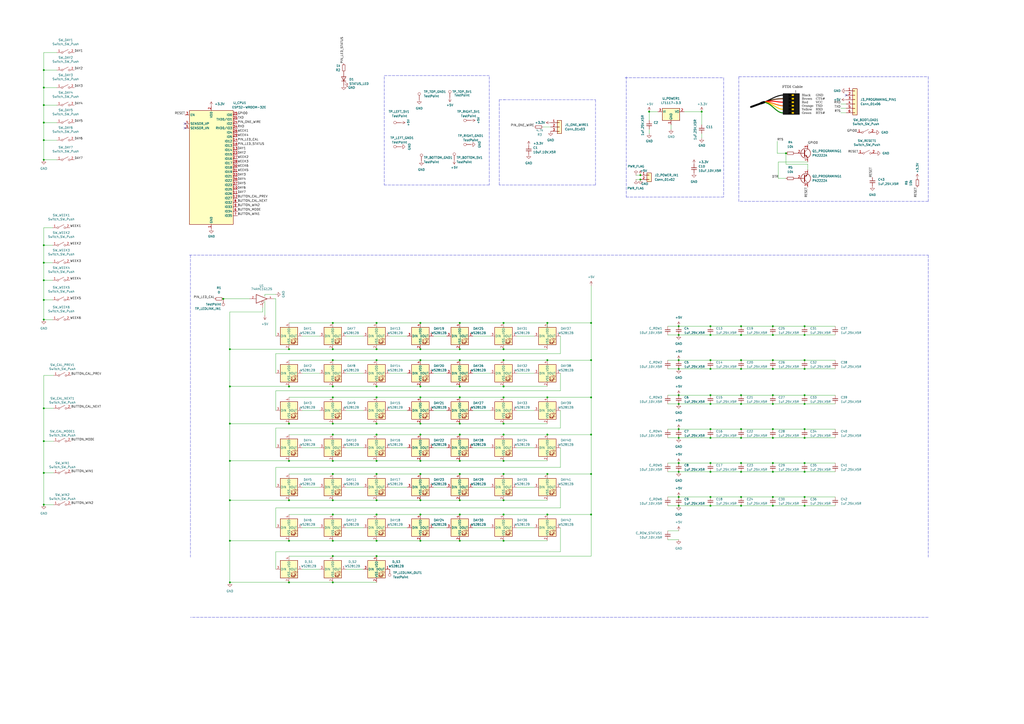
<source format=kicad_sch>
(kicad_sch (version 20211123) (generator eeschema)
  (paper "A2")
  (title_block (title "Every Day Calendar Single Month") (date "2022-11-27") (rev "November 27, 2022") (comment 1 "Twitter/Instagram: @Funvill") (comment 2 "blog.abluestar.com") (comment 3 "Steven Smethurst"))
  (lib_symbols
    (symbol "74xGxx:74AHC1G125" (pin_names (offset 1.016))
      (property "Reference" "U" (at -2.54 3.81 0))
      (property "Value" "74AHC1G125" (at 0 -3.81 0))
      (symbol "74AHC1G125_1_1"
        (pin input inverted (at 0 5.08 270) (length 3.81) (name "~") (number "1"))
        (pin input line (at -7.62 0 0) (length 3.81) (name "~") (number "2"))
        (pin power_in line (at 1.27 -1.27 270) (length 0) hide (name "GND") (number "3"))
        (pin tri_state line (at 6.35 0 180) (length 3.81) (name "~") (number "4"))
        (pin power_in line (at 1.27 1.27 90) (length 0) hide (name "VCC") (number "5"))
      )
    )
    (symbol "Connector:TestPoint" (pin_numbers hide) (pin_names (offset 0.762) hide)
      (property "Reference" "TP" (at 0 6.858 0))
      (property "Value" "TestPoint" (at 0 5.08 0))
      (symbol "TestPoint_1_1"
        (pin passive line (at 0 0 90) (length 2.54) (name "1") (number "1"))
      )
    )
    (symbol "Connector_Generic:Conn_01x02" (pin_names (offset 1.016) hide)
      (property "Reference" "J" (at 0 2.54 0))
      (property "Value" "Conn_01x02" (at 0 -5.08 0))
      (symbol "Conn_01x02_1_1"
        (pin passive line (at -5.08 0 0) (length 3.81) (name "Pin_1") (number "1"))
        (pin passive line (at -5.08 -2.54 0) (length 3.81) (name "Pin_2") (number "2"))
      )
    )
    (symbol "Connector_Generic:Conn_01x03" (pin_names (offset 1.016) hide)
      (property "Reference" "J" (at 0 5.08 0))
      (property "Value" "Conn_01x03" (at 0 -5.08 0))
      (symbol "Conn_01x03_1_1"
        (pin passive line (at -5.08 2.54 0) (length 3.81) (name "Pin_1") (number "1"))
        (pin passive line (at -5.08 0 0) (length 3.81) (name "Pin_2") (number "2"))
        (pin passive line (at -5.08 -2.54 0) (length 3.81) (name "Pin_3") (number "3"))
      )
    )
    (symbol "Connector_Generic:Conn_01x06" (pin_names (offset 1.016) hide)
      (property "Reference" "J" (at 0 7.62 0))
      (property "Value" "Conn_01x06" (at 0 -10.16 0))
      (symbol "Conn_01x06_1_1"
        (pin passive line (at -5.08 5.08 0) (length 3.81) (name "Pin_1") (number "1"))
        (pin passive line (at -5.08 2.54 0) (length 3.81) (name "Pin_2") (number "2"))
        (pin passive line (at -5.08 0 0) (length 3.81) (name "Pin_3") (number "3"))
        (pin passive line (at -5.08 -2.54 0) (length 3.81) (name "Pin_4") (number "4"))
        (pin passive line (at -5.08 -5.08 0) (length 3.81) (name "Pin_5") (number "5"))
        (pin passive line (at -5.08 -7.62 0) (length 3.81) (name "Pin_6") (number "6"))
      )
    )
    (symbol "Device:LED" (pin_numbers hide) (pin_names (offset 1.016) hide)
      (property "Reference" "D" (at 0 2.54 0))
      (property "Value" "LED" (at 0 -2.54 0))
      (symbol "LED_1_1"
        (pin passive line (at -3.81 0 0) (length 2.54) (name "K") (number "1"))
        (pin passive line (at 3.81 0 180) (length 2.54) (name "A") (number "2"))
      )
    )
    (symbol "Regulator_Linear:LT1117-3.3" (pin_names (offset 0.254))
      (property "Reference" "U" (at -3.81 3.175 0))
      (property "Value" "LT1117-3.3" (at 0 3.175 0))
      (symbol "LT1117-3.3_1_1"
        (pin power_in line (at 0 -7.62 90) (length 2.54) (name "GND") (number "1"))
        (pin power_out line (at 7.62 0 180) (length 2.54) (name "VO") (number "2"))
        (pin power_in line (at -7.62 0 0) (length 2.54) (name "VI") (number "3"))
      )
    )
    (symbol "Transistor_BJT:PN2222A" (pin_names (offset 0) hide)
      (property "Reference" "Q" (at 5.08 1.905 0))
      (property "Value" "PN2222A" (at 5.08 0 0))
      (symbol "PN2222A_1_1"
        (pin passive line (at 2.54 -5.08 90) (length 2.54) (name "E") (number "1"))
        (pin input line (at -5.08 0 0) (length 5.08) (name "B") (number "2"))
        (pin passive line (at 2.54 5.08 270) (length 2.54) (name "C") (number "3"))
      )
    )
    (symbol "calendar:ESP32-WROOM-32E"
      (property "Reference" "U" (at -12.7 34.29 0))
      (property "Value" "ESP32-WROOM-32E" (at 1.27 34.29 0))
      (symbol "ESP32-WROOM-32E_1_1"
        (pin power_in line (at 0 -35.56 90) (length 2.54) (name "GND") (number "1"))
        (pin bidirectional line (at 15.24 -12.7 180) (length 2.54) (name "IO25") (number "10"))
        (pin bidirectional line (at 15.24 -15.24 180) (length 2.54) (name "IO26") (number "11"))
        (pin bidirectional line (at 15.24 -17.78 180) (length 2.54) (name "IO27") (number "12"))
        (pin bidirectional line (at 15.24 10.16 180) (length 2.54) (name "IO14") (number "13"))
        (pin bidirectional line (at 15.24 15.24 180) (length 2.54) (name "IO12") (number "14"))
        (pin passive line (at 0 -35.56 90) (length 2.54) hide (name "GND") (number "15"))
        (pin bidirectional line (at 15.24 12.7 180) (length 2.54) (name "IO13") (number "16"))
        (pin no_connect line (at -12.7 -17.78 0) (length 2.54) hide (name "NC") (number "17"))
        (pin no_connect line (at -12.7 -20.32 0) (length 2.54) hide (name "NC") (number "18"))
        (pin no_connect line (at -12.7 -25.4 0) (length 2.54) hide (name "NC") (number "19"))
        (pin power_in line (at 0 35.56 270) (length 2.54) (name "VDD") (number "2"))
        (pin no_connect line (at -12.7 -22.86 0) (length 2.54) hide (name "NC") (number "20"))
        (pin no_connect line (at -12.7 -12.7 0) (length 2.54) hide (name "NC") (number "21"))
        (pin no_connect line (at -12.7 -15.24 0) (length 2.54) hide (name "NC") (number "22"))
        (pin bidirectional line (at 15.24 7.62 180) (length 2.54) (name "IO15") (number "23"))
        (pin bidirectional line (at 15.24 25.4 180) (length 2.54) (name "IO2") (number "24"))
        (pin bidirectional line (at 15.24 30.48 180) (length 2.54) (name "IO0") (number "25"))
        (pin bidirectional line (at 15.24 20.32 180) (length 2.54) (name "IO4") (number "26"))
        (pin bidirectional line (at 15.24 5.08 180) (length 2.54) (name "IO16") (number "27"))
        (pin bidirectional line (at 15.24 2.54 180) (length 2.54) (name "IO17") (number "28"))
        (pin bidirectional line (at 15.24 17.78 180) (length 2.54) (name "IO5") (number "29"))
        (pin input line (at -15.24 30.48 0) (length 2.54) (name "EN") (number "3"))
        (pin bidirectional line (at 15.24 0 180) (length 2.54) (name "IO18") (number "30"))
        (pin bidirectional line (at 15.24 -2.54 180) (length 2.54) (name "IO19") (number "31"))
        (pin no_connect line (at -12.7 -27.94 0) (length 2.54) hide (name "NC") (number "32"))
        (pin bidirectional line (at 15.24 -5.08 180) (length 2.54) (name "IO21") (number "33"))
        (pin bidirectional line (at 15.24 22.86 180) (length 2.54) (name "RXD0/IO3") (number "34"))
        (pin bidirectional line (at 15.24 27.94 180) (length 2.54) (name "TXD0/IO1") (number "35"))
        (pin bidirectional line (at 15.24 -7.62 180) (length 2.54) (name "IO22") (number "36"))
        (pin bidirectional line (at 15.24 -10.16 180) (length 2.54) (name "IO23") (number "37"))
        (pin passive line (at 0 -35.56 90) (length 2.54) hide (name "GND") (number "38"))
        (pin passive line (at 0 -35.56 90) (length 2.54) hide (name "GND") (number "39"))
        (pin input line (at -15.24 25.4 0) (length 2.54) (name "SENSOR_VP") (number "4"))
        (pin input line (at -15.24 22.86 0) (length 2.54) (name "SENSOR_VN") (number "5"))
        (pin input line (at 15.24 -25.4 180) (length 2.54) (name "IO34") (number "6"))
        (pin input line (at 15.24 -27.94 180) (length 2.54) (name "IO35") (number "7"))
        (pin bidirectional line (at 15.24 -20.32 180) (length 2.54) (name "IO32") (number "8"))
        (pin bidirectional line (at 15.24 -22.86 180) (length 2.54) (name "IO33") (number "9"))
      )
    )
    (symbol "calendar:WS2812B" (pin_names (offset 0.254))
      (property "Reference" "D" (at 5.08 5.715 0))
      (property "Value" "WS2812B" (at 1.27 -5.715 0))
      (symbol "WS2812B_0_0"
        (text "RGB" (at 2.286 -4.191 0) (effects (font (size 0.762 0.762))))
      )
      (symbol "WS2812B_1_1"
        (pin output line (at 7.62 0 180) (length 2.54) (name "DOUT") (number "1"))
        (pin power_in line (at 0 -7.62 90) (length 2.54) (name "VSS") (number "2"))
        (pin input line (at -7.62 0 0) (length 2.54) (name "DIN") (number "3"))
        (pin power_in line (at 0 7.62 270) (length 2.54) (name "VDD") (number "4"))
      )
    )
    (symbol "jlcpcb-basic-capacitor-0402:1uF,25V,X5R "
      (property "Reference" "C" (at 1.71 0.508 0))
      (property "Value" "1uF,25V,X5R " (at 1.71 -1.016 0))
      (symbol "1uF,25V,X5R _0_0"
        (pin passive line (at 0 2.54 270) (length 2.032) (name "~") (number "1"))
        (pin passive line (at 0 -2.54 90) (length 2.032) (name "~") (number "2"))
      )
    )
    (symbol "jlcpcb-basic-capacitor-0603:10uF,10V,X5R "
      (property "Reference" "C" (at 1.71 0.508 0))
      (property "Value" "10uF,10V,X5R " (at 1.71 -1.016 0))
      (symbol "10uF,10V,X5R _0_0"
        (pin passive line (at 0 2.54 270) (length 2.032) (name "~") (number "1"))
        (pin passive line (at 0 -2.54 90) (length 2.032) (name "~") (number "2"))
      )
    )
    (symbol "jlcpcb-basic-resistor-0402:0"
      (property "Reference" "R" (at 0.762 0.508 0))
      (property "Value" "0" (at 0.762 -1.016 0))
      (symbol "0_0_0"
        (pin passive line (at 0 2.54 270) (length 0.762) (name "~") (number "1"))
        (pin passive line (at 0 -2.54 90) (length 0.762) (name "~") (number "2"))
      )
    )
    (symbol "jlcpcb-basic-resistor-0402:10k"
      (property "Reference" "R" (at 0.762 0.508 0))
      (property "Value" "10k" (at 0.762 -1.016 0))
      (symbol "10k_0_0"
        (pin passive line (at 0 2.54 270) (length 0.762) (name "~") (number "1"))
        (pin passive line (at 0 -2.54 90) (length 0.762) (name "~") (number "2"))
      )
    )
    (symbol "jlcpcb-basic-resistor-0402:1k"
      (property "Reference" "R" (at 0.762 0.508 0))
      (property "Value" "1k" (at 0.762 -1.016 0))
      (symbol "1k_0_0"
        (pin passive line (at 0 2.54 270) (length 0.762) (name "~") (number "1"))
        (pin passive line (at 0 -2.54 90) (length 0.762) (name "~") (number "2"))
      )
    )
    (symbol "jlcpcb-basic-resistor-0402:4.7k"
      (property "Reference" "R" (at 0.762 0.508 0))
      (property "Value" "4.7k" (at 0.762 -1.016 0))
      (symbol "4.7k_0_0"
        (pin passive line (at 0 2.54 270) (length 0.762) (name "~") (number "1"))
        (pin passive line (at 0 -2.54 90) (length 0.762) (name "~") (number "2"))
      )
    )
    (symbol "power:+3.3V" (power) (pin_names (offset 0))
      (property "Value" "+3.3V" (at 0 3.556 0))
      (symbol "+3.3V_1_1"
        (pin power_in line (at 0 0 90) (length 0) hide (name "+3.3V") (number "1"))
      )
    )
    (symbol "power:+5V" (power) (pin_names (offset 0))
      (property "Value" "+5V" (at 0 3.556 0))
      (symbol "+5V_1_1"
        (pin power_in line (at 0 0 90) (length 0) hide (name "+5V") (number "1"))
      )
    )
    (symbol "power:GND" (power) (pin_names (offset 0))
      (property "Value" "GND" (at 0 -3.81 0))
      (symbol "GND_1_1"
        (pin power_in line (at 0 0 270) (length 0) hide (name "GND") (number "1"))
      )
    )
    (symbol "power:PWR_FLAG" (power) (pin_numbers hide) (pin_names (offset 0) hide)
      (property "Value" "PWR_FLAG" (at 0 3.81 0))
      (symbol "PWR_FLAG_0_0"
        (pin power_out line (at 0 0 90) (length 0) (name "pwr") (number "1"))
      )
    )
    (symbol "tom-mechanical:SW_SPST" (pin_names (offset 0) hide)
      (property "Reference" "SW" (at 0 3.175 0))
      (property "Value" "SW_SPST" (at 0 -2.54 0))
      (symbol "SW_SPST_1_1"
        (pin passive line (at -5.08 0 0) (length 2.54) (name "A") (number "1"))
        (pin passive line (at 5.08 0 180) (length 2.54) (name "B") (number "2"))
      )
    )
  )
  (junction (at 266.7 224.155))
  (junction (at 466.725 208.915))
  (junction (at 218.44 274.955))
  (junction (at 25.4 185.42))
  (junction (at 218.44 252.095))
  (junction (at 466.725 254))
  (junction (at 292.1 290.195))
  (junction (at 448.31 268.605))
  (junction (at 266.7 298.45))
  (junction (at 25.4 50.8))
  (junction (at 218.44 267.335))
  (junction (at 25.4 92.71))
  (junction (at 243.84 245.745))
  (junction (at 25.4 173.99))
  (junction (at 133.35 245.745))
  (junction (at 218.44 224.155))
  (junction (at 25.4 162.56))
  (junction (at 193.04 245.745))
  (junction (at 466.725 234.315))
  (junction (at 412.115 268.605))
  (junction (at 317.5 230.505))
  (junction (at 243.84 274.955))
  (junction (at 266.7 245.745))
  (junction (at 412.115 194.31))
  (junction (at 243.84 187.325))
  (junction (at 218.44 187.325))
  (junction (at 342.9 298.45))
  (junction (at 448.31 288.29))
  (junction (at 25.4 142.24))
  (junction (at 429.895 288.29))
  (junction (at 292.1 267.335))
  (junction (at 448.31 189.23))
  (junction (at 412.115 293.37))
  (junction (at 412.115 273.685))
  (junction (at 317.5 252.095))
  (junction (at 25.4 152.4))
  (junction (at 448.31 273.685))
  (junction (at 448.31 234.315))
  (junction (at 393.7 208.915))
  (junction (at 193.04 322.58))
  (junction (at 466.725 273.685))
  (junction (at 412.115 254))
  (junction (at 393.7 268.605))
  (junction (at 167.64 313.69))
  (junction (at 193.04 337.82))
  (junction (at 133.35 267.335))
  (junction (at 266.7 230.505))
  (junction (at 25.4 60.96))
  (junction (at 466.725 293.37))
  (junction (at 266.7 252.095))
  (junction (at 167.64 267.335))
  (junction (at 193.04 298.45))
  (junction (at 317.5 298.45))
  (junction (at 266.7 290.195))
  (junction (at 342.9 274.955))
  (junction (at 266.7 267.335))
  (junction (at 25.4 40.64))
  (junction (at 243.84 208.915))
  (junction (at 292.1 187.325))
  (junction (at 25.4 236.855))
  (junction (at 342.9 230.505))
  (junction (at 407.035 64.77))
  (junction (at 193.04 274.955))
  (junction (at 393.7 248.92))
  (junction (at 292.1 224.155))
  (junction (at 412.115 248.92))
  (junction (at 466.725 229.235))
  (junction (at 429.895 254))
  (junction (at 167.64 245.745))
  (junction (at 429.895 293.37))
  (junction (at 243.84 230.505))
  (junction (at 429.895 229.235))
  (junction (at 266.7 187.325))
  (junction (at 218.44 230.505))
  (junction (at 133.35 202.565))
  (junction (at 243.84 267.335))
  (junction (at 317.5 208.915))
  (junction (at 167.64 337.82))
  (junction (at 429.895 234.315))
  (junction (at 412.115 189.23))
  (junction (at 218.44 298.45))
  (junction (at 448.31 248.92))
  (junction (at 371.475 101.6))
  (junction (at 448.31 229.235))
  (junction (at 393.7 288.29))
  (junction (at 193.04 224.155))
  (junction (at 218.44 322.58))
  (junction (at 193.04 267.335))
  (junction (at 266.7 202.565))
  (junction (at 193.04 187.325))
  (junction (at 412.115 213.995))
  (junction (at 393.7 189.23))
  (junction (at 193.04 202.565))
  (junction (at 429.895 194.31))
  (junction (at 218.44 245.745))
  (junction (at 393.7 293.37))
  (junction (at 466.725 189.23))
  (junction (at 25.4 255.905))
  (junction (at 193.04 252.095))
  (junction (at 412.115 234.315))
  (junction (at 167.64 202.565))
  (junction (at 342.9 208.915))
  (junction (at 393.7 234.315))
  (junction (at 25.4 292.735))
  (junction (at 243.84 298.45))
  (junction (at 448.31 194.31))
  (junction (at 466.725 268.605))
  (junction (at 429.895 189.23))
  (junction (at 193.04 230.505))
  (junction (at 218.44 202.565))
  (junction (at 448.31 213.995))
  (junction (at 466.725 248.92))
  (junction (at 243.84 224.155))
  (junction (at 266.7 274.955))
  (junction (at 25.4 81.28))
  (junction (at 25.4 274.32))
  (junction (at 429.895 268.605))
  (junction (at 393.7 213.995))
  (junction (at 455.93 88.9))
  (junction (at 412.115 208.915))
  (junction (at 342.9 252.095))
  (junction (at 243.84 202.565))
  (junction (at 429.895 213.995))
  (junction (at 317.5 187.325))
  (junction (at 412.115 288.29))
  (junction (at 292.1 230.505))
  (junction (at 129.54 173.355))
  (junction (at 448.31 208.915))
  (junction (at 342.9 187.325))
  (junction (at 292.1 208.915))
  (junction (at 167.64 224.155))
  (junction (at 266.7 313.69))
  (junction (at 243.84 252.095))
  (junction (at 218.44 290.195))
  (junction (at 393.7 229.235))
  (junction (at 218.44 313.69))
  (junction (at 193.04 208.915))
  (junction (at 167.64 290.195))
  (junction (at 429.895 248.92))
  (junction (at 393.7 194.31))
  (junction (at 243.84 313.69))
  (junction (at 466.725 213.995))
  (junction (at 429.895 273.685))
  (junction (at 193.04 313.69))
  (junction (at 429.895 208.915))
  (junction (at 466.725 288.29))
  (junction (at 292.1 252.095))
  (junction (at 466.725 194.31))
  (junction (at 292.1 274.955))
  (junction (at 292.1 245.745))
  (junction (at 218.44 208.915))
  (junction (at 133.35 290.195))
  (junction (at 393.7 273.685))
  (junction (at 371.475 104.14))
  (junction (at 133.35 313.69))
  (junction (at 193.04 290.195))
  (junction (at 376.555 64.77))
  (junction (at 292.1 202.565))
  (junction (at 243.84 290.195))
  (junction (at 448.31 254))
  (junction (at 292.1 298.45))
  (junction (at 317.5 274.955))
  (junction (at 292.1 313.69))
  (junction (at 133.35 224.155))
  (junction (at 266.7 208.915))
  (junction (at 448.31 293.37))
  (junction (at 393.7 254))
  (junction (at 133.35 337.82))
  (junction (at 25.4 71.12))
  (junction (at 412.115 229.235))
  (no_connect (at 490.855 55.245))
  (no_connect (at 107.315 74.295))
  (no_connect (at 107.315 71.755))
  (wire (pts (xy 218.44 274.955) (xy 243.84 274.955)))
  (wire (pts (xy 218.44 267.335) (xy 243.84 267.335)))
  (wire (pts (xy 468.63 98.425) (xy 468.63 95.25)))
  (wire (pts (xy 243.84 298.45) (xy 266.7 298.45)))
  (wire (pts (xy 299.72 194.945) (xy 309.88 194.945)))
  (wire (pts (xy 266.7 267.335) (xy 292.1 267.335)))
  (wire (pts (xy 25.4 236.855) (xy 25.4 255.905)))
  (wire (pts (xy 25.4 60.96) (xy 33.02 60.96)))
  (wire (pts (xy 266.7 274.955) (xy 292.1 274.955)))
  (wire (pts (xy 266.7 245.745) (xy 292.1 245.745)))
  (wire (pts (xy 193.04 208.915) (xy 218.44 208.915)))
  (wire (pts (xy 325.12 320.04) (xy 160.02 320.04)))
  (wire (pts (xy 468.63 93.98) (xy 451.485 93.98)))
  (wire (pts (xy 243.84 187.325) (xy 266.7 187.325)))
  (wire (pts (xy 25.4 152.4) (xy 25.4 162.56)))
  (wire (pts (xy 25.4 40.64) (xy 33.02 40.64)))
  (wire (pts (xy 448.31 293.37) (xy 466.725 293.37)))
  (wire (pts (xy 292.1 202.565) (xy 317.5 202.565)))
  (wire (pts (xy 193.04 202.565) (xy 218.44 202.565)))
  (wire (pts (xy 317.5 274.955) (xy 342.9 274.955)))
  (wire (pts (xy 167.64 202.565) (xy 133.35 202.565)))
  (wire (pts (xy 412.115 248.92) (xy 429.895 248.92)))
  (wire (pts (xy 25.4 142.24) (xy 25.4 152.4)))
  (polyline (pts (xy 419.735 114.3) (xy 363.22 114.3)))
  (wire (pts (xy 292.1 298.45) (xy 317.5 298.45)))
  (wire (pts (xy 448.31 234.315) (xy 466.725 234.315)))
  (wire (pts (xy 466.725 213.995) (xy 484.505 213.995)))
  (wire (pts (xy 25.4 255.905) (xy 31.115 255.905)))
  (polyline (pts (xy 363.22 44.45) (xy 363.22 114.3)))
  (wire (pts (xy 412.115 254) (xy 429.895 254)))
  (wire (pts (xy 325.12 271.145) (xy 160.02 271.145)))
  (wire (pts (xy 274.32 194.945) (xy 284.48 194.945)))
  (wire (pts (xy 412.115 273.685) (xy 429.895 273.685)))
  (wire (pts (xy 387.35 307.975) (xy 393.7 307.975)))
  (wire (pts (xy 158.75 173.355) (xy 160.02 173.355)))
  (wire (pts (xy 466.725 189.23) (xy 484.505 189.23)))
  (wire (pts (xy 175.26 282.575) (xy 185.42 282.575)))
  (wire (pts (xy 167.64 337.82) (xy 133.35 337.82)))
  (wire (pts (xy 152.4 178.435) (xy 152.4 180.975)))
  (wire (pts (xy 376.555 64.77) (xy 376.555 69.85)))
  (wire (pts (xy 292.1 208.915) (xy 317.5 208.915)))
  (wire (pts (xy 167.64 313.69) (xy 193.04 313.69)))
  (wire (pts (xy 193.04 224.155) (xy 218.44 224.155)))
  (wire (pts (xy 376.555 74.93) (xy 376.555 77.47)))
  (wire (pts (xy 25.4 292.735) (xy 31.115 292.735)))
  (wire (pts (xy 25.4 173.99) (xy 30.48 173.99)))
  (wire (pts (xy 218.44 337.82) (xy 193.04 337.82)))
  (wire (pts (xy 167.64 208.915) (xy 193.04 208.915)))
  (wire (pts (xy 412.115 229.235) (xy 429.895 229.235)))
  (wire (pts (xy 25.4 217.805) (xy 25.4 236.855)))
  (wire (pts (xy 292.1 245.745) (xy 317.5 245.745)))
  (wire (pts (xy 429.895 208.915) (xy 448.31 208.915)))
  (wire (pts (xy 133.35 245.745) (xy 167.64 245.745)))
  (wire (pts (xy 429.895 189.23) (xy 448.31 189.23)))
  (wire (pts (xy 243.84 245.745) (xy 266.7 245.745)))
  (wire (pts (xy 160.02 205.105) (xy 160.02 216.535)))
  (wire (pts (xy 387.35 288.29) (xy 393.7 288.29)))
  (wire (pts (xy 266.7 208.915) (xy 292.1 208.915)))
  (wire (pts (xy 167.64 230.505) (xy 193.04 230.505)))
  (wire (pts (xy 200.66 216.535) (xy 210.82 216.535)))
  (wire (pts (xy 129.54 173.355) (xy 144.78 173.355)))
  (wire (pts (xy 33.02 50.8) (xy 25.4 50.8)))
  (wire (pts (xy 325.12 248.285) (xy 160.02 248.285)))
  (wire (pts (xy 342.9 165.735) (xy 342.9 187.325)))
  (wire (pts (xy 292.1 224.155) (xy 317.5 224.155)))
  (wire (pts (xy 451.485 93.98) (xy 451.485 103.505)))
  (wire (pts (xy 218.44 202.565) (xy 243.84 202.565)))
  (wire (pts (xy 133.35 267.335) (xy 133.35 290.195)))
  (wire (pts (xy 342.9 252.095) (xy 342.9 274.955)))
  (wire (pts (xy 266.7 252.095) (xy 292.1 252.095)))
  (wire (pts (xy 299.72 306.07) (xy 309.88 306.07)))
  (wire (pts (xy 133.35 313.69) (xy 167.64 313.69)))
  (wire (pts (xy 133.35 290.195) (xy 133.35 313.69)))
  (wire (pts (xy 25.4 132.08) (xy 25.4 142.24)))
  (wire (pts (xy 160.02 294.64) (xy 160.02 306.07)))
  (wire (pts (xy 292.1 274.955) (xy 317.5 274.955)))
  (polyline (pts (xy 538.48 44.45) (xy 538.48 116.84)))
  (wire (pts (xy 292.1 230.505) (xy 317.5 230.505)))
  (wire (pts (xy 266.7 230.505) (xy 292.1 230.505)))
  (wire (pts (xy 448.31 229.235) (xy 466.725 229.235)))
  (wire (pts (xy 317.5 252.095) (xy 342.9 252.095)))
  (wire (pts (xy 393.7 254) (xy 412.115 254)))
  (wire (pts (xy 412.115 288.29) (xy 429.895 288.29)))
  (wire (pts (xy 466.725 288.29) (xy 484.505 288.29)))
  (wire (pts (xy 193.04 274.955) (xy 218.44 274.955)))
  (wire (pts (xy 25.4 236.855) (xy 31.115 236.855)))
  (wire (pts (xy 466.725 254) (xy 484.505 254)))
  (wire (pts (xy 393.7 268.605) (xy 412.115 268.605)))
  (wire (pts (xy 175.26 216.535) (xy 185.42 216.535)))
  (wire (pts (xy 448.31 194.31) (xy 466.725 194.31)))
  (wire (pts (xy 218.44 224.155) (xy 243.84 224.155)))
  (wire (pts (xy 133.35 245.745) (xy 133.35 267.335)))
  (wire (pts (xy 226.06 238.125) (xy 236.22 238.125)))
  (wire (pts (xy 218.44 208.915) (xy 243.84 208.915)))
  (wire (pts (xy 160.02 226.695) (xy 160.02 238.125)))
  (wire (pts (xy 160.02 271.145) (xy 160.02 282.575)))
  (wire (pts (xy 317.5 298.45) (xy 342.9 298.45)))
  (polyline (pts (xy 110.49 147.955) (xy 110.49 323.215)))
  (wire (pts (xy 387.35 194.31) (xy 393.7 194.31)))
  (wire (pts (xy 317.5 187.325) (xy 342.9 187.325)))
  (wire (pts (xy 218.44 298.45) (xy 243.84 298.45)))
  (wire (pts (xy 193.04 187.325) (xy 218.44 187.325)))
  (wire (pts (xy 175.26 330.2) (xy 185.42 330.2)))
  (wire (pts (xy 226.06 194.945) (xy 236.22 194.945)))
  (wire (pts (xy 387.35 273.685) (xy 393.7 273.685)))
  (wire (pts (xy 466.725 208.915) (xy 484.505 208.915)))
  (wire (pts (xy 387.35 213.995) (xy 393.7 213.995)))
  (wire (pts (xy 153.67 174.625) (xy 153.67 182.88)))
  (wire (pts (xy 448.31 273.685) (xy 466.725 273.685)))
  (wire (pts (xy 175.26 306.07) (xy 185.42 306.07)))
  (wire (pts (xy 299.72 259.715) (xy 309.88 259.715)))
  (wire (pts (xy 25.4 132.08) (xy 30.48 132.08)))
  (wire (pts (xy 167.64 274.955) (xy 193.04 274.955)))
  (wire (pts (xy 466.725 248.92) (xy 484.505 248.92)))
  (polyline (pts (xy 345.44 57.785) (xy 345.44 107.315)))
  (wire (pts (xy 393.7 189.23) (xy 412.115 189.23)))
  (wire (pts (xy 429.895 288.29) (xy 448.31 288.29)))
  (wire (pts (xy 393.7 248.92) (xy 412.115 248.92)))
  (wire (pts (xy 299.72 216.535) (xy 309.88 216.535)))
  (wire (pts (xy 251.46 194.945) (xy 259.08 194.945)))
  (wire (pts (xy 299.72 282.575) (xy 309.88 282.575)))
  (wire (pts (xy 251.46 306.07) (xy 259.08 306.07)))
  (wire (pts (xy 160.02 170.815) (xy 153.67 170.815)))
  (wire (pts (xy 25.4 274.32) (xy 25.4 292.735)))
  (wire (pts (xy 448.31 189.23) (xy 466.725 189.23)))
  (wire (pts (xy 251.46 282.575) (xy 259.08 282.575)))
  (wire (pts (xy 412.115 213.995) (xy 429.895 213.995)))
  (wire (pts (xy 243.84 290.195) (xy 266.7 290.195)))
  (wire (pts (xy 387.35 293.37) (xy 393.7 293.37)))
  (polyline (pts (xy 283.845 107.315) (xy 222.885 107.315)))
  (wire (pts (xy 325.12 238.125) (xy 325.12 248.285)))
  (wire (pts (xy 193.04 245.745) (xy 218.44 245.745)))
  (wire (pts (xy 25.4 162.56) (xy 25.4 173.99)))
  (polyline (pts (xy 222.885 44.45) (xy 222.885 107.315)))
  (wire (pts (xy 342.9 230.505) (xy 342.9 252.095)))
  (wire (pts (xy 429.895 268.605) (xy 448.31 268.605)))
  (wire (pts (xy 25.4 71.12) (xy 25.4 81.28)))
  (wire (pts (xy 325.12 294.64) (xy 160.02 294.64)))
  (wire (pts (xy 251.46 259.715) (xy 259.08 259.715)))
  (wire (pts (xy 393.7 213.995) (xy 412.115 213.995)))
  (wire (pts (xy 299.72 238.125) (xy 309.88 238.125)))
  (wire (pts (xy 167.64 298.45) (xy 193.04 298.45)))
  (wire (pts (xy 25.4 152.4) (xy 30.48 152.4)))
  (polyline (pts (xy 428.625 44.45) (xy 428.625 116.84)))
  (wire (pts (xy 226.06 282.575) (xy 236.22 282.575)))
  (wire (pts (xy 429.895 229.235) (xy 448.31 229.235)))
  (wire (pts (xy 25.4 292.735) (xy 25.4 294.005)))
  (wire (pts (xy 218.44 313.69) (xy 243.84 313.69)))
  (wire (pts (xy 167.64 187.325) (xy 193.04 187.325)))
  (wire (pts (xy 218.44 252.095) (xy 243.84 252.095)))
  (wire (pts (xy 342.9 298.45) (xy 342.9 322.58)))
  (wire (pts (xy 412.115 268.605) (xy 429.895 268.605)))
  (wire (pts (xy 466.725 229.235) (xy 484.505 229.235)))
  (wire (pts (xy 448.31 213.995) (xy 466.725 213.995)))
  (wire (pts (xy 266.7 313.69) (xy 292.1 313.69)))
  (wire (pts (xy 200.66 238.125) (xy 210.82 238.125)))
  (wire (pts (xy 25.4 92.71) (xy 33.02 92.71)))
  (wire (pts (xy 317.5 189.865) (xy 317.5 187.325)))
  (wire (pts (xy 243.84 274.955) (xy 266.7 274.955)))
  (polyline (pts (xy 222.885 43.815) (xy 283.845 43.815)))
  (wire (pts (xy 412.115 234.315) (xy 429.895 234.315)))
  (wire (pts (xy 200.66 259.715) (xy 210.82 259.715)))
  (wire (pts (xy 200.66 330.2) (xy 210.82 330.2)))
  (wire (pts (xy 451.485 103.505) (xy 455.93 103.505)))
  (wire (pts (xy 393.7 229.235) (xy 412.115 229.235)))
  (polyline (pts (xy 292.1 57.785) (xy 345.44 57.785)))
  (wire (pts (xy 25.4 185.42) (xy 30.48 185.42)))
  (wire (pts (xy 393.7 194.31) (xy 412.115 194.31)))
  (wire (pts (xy 455.93 88.9) (xy 450.85 88.9)))
  (wire (pts (xy 133.35 290.195) (xy 167.64 290.195)))
  (wire (pts (xy 218.44 187.325) (xy 243.84 187.325)))
  (wire (pts (xy 167.64 224.155) (xy 193.04 224.155)))
  (polyline (pts (xy 289.56 107.315) (xy 289.56 57.785)))
  (wire (pts (xy 466.725 293.37) (xy 484.505 293.37)))
  (wire (pts (xy 466.725 234.315) (xy 484.505 234.315)))
  (wire (pts (xy 251.46 216.535) (xy 259.08 216.535)))
  (wire (pts (xy 133.35 337.82) (xy 133.35 313.69)))
  (wire (pts (xy 407.035 77.47) (xy 407.035 80.01)))
  (wire (pts (xy 226.06 306.07) (xy 236.22 306.07)))
  (wire (pts (xy 200.66 194.945) (xy 210.82 194.945)))
  (wire (pts (xy 387.35 254) (xy 393.7 254)))
  (polyline (pts (xy 538.48 358.14) (xy 110.49 358.14)))
  (wire (pts (xy 25.4 60.96) (xy 25.4 50.8)))
  (wire (pts (xy 450.85 88.9) (xy 450.85 81.915)))
  (wire (pts (xy 243.84 208.915) (xy 266.7 208.915)))
  (polyline (pts (xy 419.735 45.085) (xy 419.735 114.3)))
  (wire (pts (xy 292.1 313.69) (xy 317.5 313.69)))
  (wire (pts (xy 274.32 282.575) (xy 284.48 282.575)))
  (wire (pts (xy 412.115 208.915) (xy 429.895 208.915)))
  (wire (pts (xy 274.32 216.535) (xy 284.48 216.535)))
  (wire (pts (xy 387.35 189.23) (xy 393.7 189.23)))
  (wire (pts (xy 325.12 306.07) (xy 325.12 320.04)))
  (wire (pts (xy 325.12 194.945) (xy 325.12 205.105)))
  (wire (pts (xy 193.04 252.095) (xy 218.44 252.095)))
  (wire (pts (xy 193.04 313.69) (xy 218.44 313.69)))
  (wire (pts (xy 153.67 170.815) (xy 153.67 172.085)))
  (wire (pts (xy 376.555 64.77) (xy 381.635 64.77)))
  (wire (pts (xy 317.5 208.915) (xy 342.9 208.915)))
  (wire (pts (xy 317.5 230.505) (xy 342.9 230.505)))
  (wire (pts (xy 226.06 216.535) (xy 236.22 216.535)))
  (wire (pts (xy 243.84 202.565) (xy 266.7 202.565)))
  (wire (pts (xy 387.35 248.92) (xy 393.7 248.92)))
  (wire (pts (xy 448.31 208.915) (xy 466.725 208.915)))
  (polyline (pts (xy 362.585 45.085) (xy 419.735 45.085)))
  (wire (pts (xy 448.31 268.605) (xy 466.725 268.605)))
  (wire (pts (xy 266.7 187.325) (xy 292.1 187.325)))
  (wire (pts (xy 387.35 234.315) (xy 393.7 234.315)))
  (wire (pts (xy 368.935 104.14) (xy 371.475 104.14)))
  (wire (pts (xy 133.35 180.975) (xy 152.4 180.975)))
  (wire (pts (xy 218.44 290.195) (xy 243.84 290.195)))
  (wire (pts (xy 200.66 282.575) (xy 210.82 282.575)))
  (wire (pts (xy 448.31 248.92) (xy 466.725 248.92)))
  (wire (pts (xy 429.895 273.685) (xy 448.31 273.685)))
  (polyline (pts (xy 538.48 147.955) (xy 538.48 323.215)))
  (wire (pts (xy 251.46 238.125) (xy 259.08 238.125)))
  (wire (pts (xy 448.31 288.29) (xy 466.725 288.29)))
  (wire (pts (xy 243.84 252.095) (xy 266.7 252.095)))
  (wire (pts (xy 429.895 254) (xy 448.31 254)))
  (wire (pts (xy 274.32 306.07) (xy 284.48 306.07)))
  (wire (pts (xy 25.4 40.64) (xy 25.4 30.48)))
  (wire (pts (xy 25.4 71.12) (xy 33.02 71.12)))
  (wire (pts (xy 133.35 267.335) (xy 167.64 267.335)))
  (wire (pts (xy 175.26 238.125) (xy 185.42 238.125)))
  (wire (pts (xy 292.1 252.095) (xy 317.5 252.095)))
  (polyline (pts (xy 109.855 147.955) (xy 538.48 147.955)))
  (wire (pts (xy 218.44 245.745) (xy 243.84 245.745)))
  (polyline (pts (xy 538.48 116.84) (xy 428.625 116.84)))
  (wire (pts (xy 412.115 293.37) (xy 429.895 293.37)))
  (wire (pts (xy 389.255 72.39) (xy 389.255 74.93)))
  (wire (pts (xy 243.84 313.69) (xy 266.7 313.69)))
  (wire (pts (xy 342.9 187.325) (xy 342.9 208.915)))
  (wire (pts (xy 243.84 267.335) (xy 266.7 267.335)))
  (wire (pts (xy 266.7 290.195) (xy 292.1 290.195)))
  (wire (pts (xy 25.4 30.48) (xy 33.02 30.48)))
  (wire (pts (xy 393.7 273.685) (xy 412.115 273.685)))
  (wire (pts (xy 487.68 65.405) (xy 490.855 65.405)))
  (wire (pts (xy 274.32 238.125) (xy 284.48 238.125)))
  (wire (pts (xy 368.935 101.6) (xy 371.475 101.6)))
  (polyline (pts (xy 289.56 57.785) (xy 292.735 57.785)))
  (wire (pts (xy 325.12 282.575) (xy 325.12 294.64)))
  (wire (pts (xy 175.26 194.945) (xy 185.42 194.945)))
  (wire (pts (xy 448.31 254) (xy 466.725 254)))
  (wire (pts (xy 160.02 320.04) (xy 160.02 330.2)))
  (wire (pts (xy 167.64 245.745) (xy 193.04 245.745)))
  (wire (pts (xy 429.895 213.995) (xy 448.31 213.995)))
  (wire (pts (xy 468.63 95.25) (xy 455.93 95.25)))
  (wire (pts (xy 393.7 208.915) (xy 412.115 208.915)))
  (wire (pts (xy 396.875 64.77) (xy 407.035 64.77)))
  (wire (pts (xy 160.02 173.355) (xy 160.02 194.945)))
  (wire (pts (xy 412.115 189.23) (xy 429.895 189.23)))
  (polyline (pts (xy 345.44 107.315) (xy 289.56 107.315)))
  (polyline (pts (xy 283.845 44.45) (xy 283.845 107.315)))
  (wire (pts (xy 387.35 208.915) (xy 393.7 208.915)))
  (wire (pts (xy 167.64 322.58) (xy 193.04 322.58)))
  (wire (pts (xy 266.7 224.155) (xy 292.1 224.155)))
  (wire (pts (xy 175.26 259.715) (xy 185.42 259.715)))
  (wire (pts (xy 487.68 62.865) (xy 490.855 62.865)))
  (wire (pts (xy 393.7 293.37) (xy 412.115 293.37)))
  (wire (pts (xy 387.35 268.605) (xy 393.7 268.605)))
  (wire (pts (xy 325.12 226.695) (xy 160.02 226.695)))
  (wire (pts (xy 133.35 224.155) (xy 133.35 245.745)))
  (wire (pts (xy 25.4 255.905) (xy 25.4 274.32)))
  (wire (pts (xy 243.84 224.155) (xy 266.7 224.155)))
  (wire (pts (xy 429.895 248.92) (xy 448.31 248.92)))
  (wire (pts (xy 292.1 290.195) (xy 317.5 290.195)))
  (wire (pts (xy 292.1 187.325) (xy 317.5 187.325)))
  (wire (pts (xy 466.725 273.685) (xy 484.505 273.685)))
  (wire (pts (xy 407.035 64.77) (xy 407.035 72.39)))
  (wire (pts (xy 243.84 230.505) (xy 266.7 230.505)))
  (wire (pts (xy 25.4 142.24) (xy 30.48 142.24)))
  (wire (pts (xy 200.66 306.07) (xy 210.82 306.07)))
  (wire (pts (xy 25.4 81.28) (xy 33.02 81.28)))
  (wire (pts (xy 325.12 259.715) (xy 325.12 271.145)))
  (wire (pts (xy 25.4 217.805) (xy 31.115 217.805)))
  (wire (pts (xy 25.4 81.28) (xy 25.4 92.71)))
  (wire (pts (xy 193.04 290.195) (xy 218.44 290.195)))
  (wire (pts (xy 160.02 248.285) (xy 160.02 259.715)))
  (wire (pts (xy 25.4 162.56) (xy 30.48 162.56)))
  (wire (pts (xy 167.64 290.195) (xy 193.04 290.195)))
  (wire (pts (xy 193.04 267.335) (xy 218.44 267.335)))
  (wire (pts (xy 466.725 268.605) (xy 484.505 268.605)))
  (wire (pts (xy 429.895 194.31) (xy 448.31 194.31)))
  (wire (pts (xy 133.35 202.565) (xy 133.35 224.155)))
  (wire (pts (xy 393.7 234.315) (xy 412.115 234.315)))
  (wire (pts (xy 325.12 205.105) (xy 160.02 205.105)))
  (wire (pts (xy 193.04 337.82) (xy 167.64 337.82)))
  (wire (pts (xy 218.44 230.505) (xy 243.84 230.505)))
  (wire (pts (xy 25.4 274.32) (xy 31.115 274.32)))
  (wire (pts (xy 226.06 259.715) (xy 236.22 259.715)))
  (wire (pts (xy 325.12 216.535) (xy 325.12 226.695)))
  (wire (pts (xy 387.35 229.235) (xy 393.7 229.235)))
  (wire (pts (xy 314.96 73.66) (xy 319.405 73.66)))
  (wire (pts (xy 193.04 322.58) (xy 218.44 322.58)))
  (wire (pts (xy 25.4 173.99) (xy 25.4 185.42)))
  (wire (pts (xy 133.35 202.565) (xy 133.35 180.975)))
  (wire (pts (xy 455.93 95.25) (xy 455.93 88.9)))
  (wire (pts (xy 387.35 313.055) (xy 393.7 313.055)))
  (wire (pts (xy 266.7 298.45) (xy 292.1 298.45)))
  (polyline (pts (xy 444.5 44.45) (xy 538.48 44.45)))
  (wire (pts (xy 342.9 274.955) (xy 342.9 298.45)))
  (wire (pts (xy 167.64 252.095) (xy 193.04 252.095)))
  (wire (pts (xy 218.44 322.58) (xy 342.9 322.58)))
  (wire (pts (xy 487.68 60.325) (xy 490.855 60.325)))
  (wire (pts (xy 25.4 50.8) (xy 25.4 40.64)))
  (wire (pts (xy 167.64 202.565) (xy 193.04 202.565)))
  (wire (pts (xy 412.115 194.31) (xy 429.895 194.31)))
  (wire (pts (xy 393.7 288.29) (xy 412.115 288.29)))
  (wire (pts (xy 274.32 259.715) (xy 284.48 259.715)))
  (wire (pts (xy 266.7 202.565) (xy 292.1 202.565)))
  (wire (pts (xy 193.04 298.45) (xy 218.44 298.45)))
  (wire (pts (xy 342.9 208.915) (xy 342.9 230.505)))
  (wire (pts (xy 292.1 267.335) (xy 317.5 267.335)))
  (wire (pts (xy 193.04 230.505) (xy 218.44 230.505)))
  (wire (pts (xy 167.64 267.335) (xy 193.04 267.335)))
  (wire (pts (xy 133.35 224.155) (xy 167.64 224.155)))
  (wire (pts (xy 466.725 194.31) (xy 484.505 194.31)))
  (wire (pts (xy 429.895 234.315) (xy 448.31 234.315)))
  (polyline (pts (xy 428.625 44.45) (xy 444.5 44.45)))
  (wire (pts (xy 25.4 60.96) (xy 25.4 71.12)))
  (wire (pts (xy 429.895 293.37) (xy 448.31 293.37)))
  (image (at 457.2 58.42) (scale 1.6202))
  (label "DAY7" (at 43.18 92.71 0))
  (label "TXD" (at 487.68 62.865 180))
  (label "BUTTON_CAL_NEXT" (at 41.275 236.855 0))
  (label "BUTTON_CAL_NEXT" (at 137.795 117.475 0))
  (label "PIN_LED_CAL" (at 124.46 173.355 180))
  (label "GPIO0" (at 497.205 76.835 180))
  (label "WEEK1" (at 137.795 76.835 0))
  (label "DAY3" (at 43.18 50.8 0))
  (label "GPIO0" (at 137.795 66.675 0))
  (label "WEEK4" (at 137.795 79.375 0))
  (label "BUTTON_WIN2" (at 137.795 120.015 0))
  (label "PIN_LED_STATUS" (at 199.39 36.83 90))
  (label "RXD" (at 137.795 74.295 0))
  (label "TXD" (at 137.795 69.215 0))
  (label "DAY2" (at 43.18 40.64 0))
  (label "WEEK5" (at 137.795 99.695 0))
  (label "DAY5" (at 137.795 107.315 0))
  (label "RESET" (at 506.095 102.87 90))
  (label "RESET" (at 107.315 66.675 180))
  (label "BUTTON_MODE" (at 41.275 255.905 0))
  (label "RESET" (at 497.84 88.9 180))
  (label "DAY6" (at 43.18 81.28 0))
  (label "PIN_LED_STATUS" (at 137.795 84.455 0))
  (label "WEEK6" (at 137.795 97.155 0))
  (label "WEEK6" (at 40.64 185.42 0))
  (label "RTS" (at 450.85 81.915 0))
  (label "DAY5" (at 43.18 71.12 0))
  (label "BUTTON_WIN2" (at 41.275 292.735 0))
  (label "WEEK3" (at 40.64 152.4 0))
  (label "RTS" (at 487.68 65.405 180))
  (label "DAY6" (at 137.795 109.855 0))
  (label "DAY4" (at 137.795 104.775 0))
  (label "BUTTON_WIN1" (at 137.795 125.095 0))
  (label "PIN_ONE_WIRE" (at 309.88 73.66 180))
  (label "WEEK2" (at 40.64 142.24 0))
  (label "RESET" (at 468.63 108.585 270))
  (label "PIN_ONE_WIRE" (at 137.795 71.755 0))
  (label "BUTTON_MODE" (at 137.795 122.555 0))
  (label "DAY1" (at 137.795 86.995 0))
  (label "WEEK4" (at 40.64 162.56 0))
  (label "GPIO0" (at 468.63 83.82 0))
  (label "DTR" (at 451.485 103.505 180))
  (label "WEEK3" (at 137.795 94.615 0))
  (label "WEEK1" (at 40.64 132.08 0))
  (label "RXD" (at 487.68 60.325 180))
  (label "DAY7" (at 137.795 112.395 0))
  (label "WEEK2" (at 137.795 92.075 0))
  (label "DAY3" (at 137.795 102.235 0))
  (label "DAY1" (at 43.18 30.48 0))
  (label "RESET" (at 532.13 108.585 270))
  (label "BUTTON_CAL_PREV" (at 137.795 114.935 0))
  (label "PIN_LED_CAL" (at 137.795 81.915 0))
  (label "DAY4" (at 43.18 60.96 0))
  (label "DAY2" (at 137.795 89.535 0))
  (label "WEEK5" (at 40.64 173.99 0))
  (label "BUTTON_WIN1" (at 41.275 274.32 0))
  (label "BUTTON_CAL_PREV" (at 41.275 217.805 0))
  (symbol (lib_id "jlcpcb-basic-capacitor-0402:1uF,25V,X5R ") (at 393.7 211.455 0) (unit 1)
    (property "Reference" "C5" (at 396.875 210.1849 0) (effects (justify left)))
    (property "Value" "1uF,25V,X5R " (at 396.875 212.7249 0) (effects (justify left)))
    (property "Footprint" "tom-passives:C_0402_1005Metric" (effects hide))
    (property "Datasheet" "https://datasheet.lcsc.com/lcsc/1811091611_Samsung-Electro-Mechanics-CL05A105KA5NQNC_C52923.pdf" (effects hide))
    (property "LCSC" "C52923" (effects hide))
    (property "MFG" "Samsung Electro-Mechanics" (effects hide))
    (property "MFGPN" "CL05A105KA5NQNC" (effects hide))
  )
  (symbol (lib_id "power:GND") (at 160.02 170.815 90) (unit 1)
    (property "Reference" "#PWR054" (effects hide))
    (property "Value" "GND" (at 164.4142 170.688 0))
  )
  (symbol (lib_id "tom-mechanical:SW_SPST") (at 36.195 292.735 0) (unit 1)
    (property "Reference" "SW_WIN2" (at 36.195 287.02 0))
    (property "Value" "Switch_SW_Push" (at 36.195 289.3314 0))
    (property "Footprint" "calendar:SW_Push_1P1T_NO_6x6mm_H9.5mm" (effects hide))
    (property "LCSC" "C221880" (effects hide))
  )
  (symbol (lib_id "calendar:WS2812B") (at 167.64 330.2 0) (unit 1)
    (property "Reference" "D_S1" (at 179.07 325.8693 0))
    (property "Value" "WS2812B" (at 179.07 328.4093 0))
    (property "Footprint" "calendar:LED_WS2812C-2020-V1_2.0x2.0mm" (effects hide))
    (property "Datasheet" "https://cdn-shop.adafruit.com/datasheets/WS2812B.pdf" (effects hide))
    (property "LCSC" "C2976072" (effects hide))
  )
  (symbol (lib_id "calendar:WS2812B") (at 317.5 194.945 0) (unit 1)
    (property "Reference" "DAY37" (at 328.295 190.6143 0))
    (property "Value" "WS2812B" (at 328.295 193.1543 0))
    (property "Footprint" "calendar:LED_WS2812C-2020-V1_2.0x2.0mm" (effects hide))
    (property "Datasheet" "https://cdn-shop.adafruit.com/datasheets/WS2812B.pdf" (effects hide))
    (property "LCSC" "C2976072" (effects hide))
  )
  (symbol (lib_id "power:GND") (at 371.475 104.14 0) (unit 1)
    (property "Reference" "#PWR014" (effects hide))
    (property "Value" "GND" (at 374.015 106.68 0))
  )
  (symbol (lib_id "power:GND") (at 133.35 337.82 0) (unit 1)
    (property "Reference" "#PWR06" (effects hide))
    (property "Value" "GND" (at 133.35 342.9 0))
  )
  (symbol (lib_id "Connector:TestPoint") (at 243.205 57.785 0) (unit 1)
    (property "Reference" "TP_TOP_GND1" (at 245.745 53.2129 0) (effects (justify left)))
    (property "Value" "TestPoint" (at 245.745 55.7529 0) (effects (justify left)))
    (property "Footprint" "TestPoint:TestPoint_Pad_2.5x2.5mm" (effects hide))
  )
  (symbol (lib_id "jlcpcb-basic-resistor-0402:10k") (at 458.47 88.9 90) (unit 1)
    (property "Reference" "R4" (at 458.47 82.55 90))
    (property "Value" "10k" (at 458.47 85.09 90))
    (property "Footprint" "tom-passives:R_0402_1005Metric" (effects hide))
    (property "Datasheet" "https://datasheet.lcsc.com/lcsc/2110260030_UNI-ROYAL-Uniroyal-Elec-0402WGF1002TCE_C25744.pdf" (effects hide))
    (property "LCSC" "C25744" (effects hide))
    (property "MFG" "UNI-ROYAL(Uniroyal Elec)" (effects hide))
    (property "MFGPN" "0402WGF1002TCE" (effects hide))
  )
  (symbol (lib_id "tom-mechanical:SW_SPST") (at 38.1 40.64 0) (unit 1)
    (property "Reference" "SW_DAY2" (at 38.1 33.401 0))
    (property "Value" "Switch_SW_Push" (at 38.1 35.7124 0))
    (property "Footprint" "calendar:SW_Push_1P1T_NO_6x6mm_H9.5mm" (effects hide))
    (property "LCSC" "C221880" (effects hide))
  )
  (symbol (lib_id "calendar:WS2812B") (at 193.04 306.07 0) (unit 1)
    (property "Reference" "DAY12" (at 203.835 301.7393 0))
    (property "Value" "WS2812B" (at 203.835 304.2793 0))
    (property "Footprint" "calendar:LED_WS2812C-2020-V1_2.0x2.0mm" (effects hide))
    (property "Datasheet" "https://cdn-shop.adafruit.com/datasheets/WS2812B.pdf" (effects hide))
    (property "LCSC" "C2976072" (effects hide))
  )
  (symbol (lib_id "power:GND") (at 273.05 83.82 90) (mirror x) (unit 1)
    (property "Reference" "#PWR045" (effects hide))
    (property "Value" "GND" (at 278.13 83.82 0))
  )
  (symbol (lib_id "jlcpcb-basic-capacitor-0603:10uF,10V,X5R ") (at 387.35 231.775 0) (mirror x) (unit 1)
    (property "Reference" "C_ROW3" (at 384.175 230.5049 0) (effects (justify right)))
    (property "Value" "10uF,10V,X5R " (at 384.175 233.0449 0) (effects (justify right)))
    (property "Footprint" "tom-passives:C_0603_1608Metric" (effects hide))
    (property "Datasheet" "https://datasheet.lcsc.com/lcsc/1810191219_Samsung-Electro-Mechanics-CL10A106KP8NNNC_C19702.pdf" (effects hide))
    (property "LCSC" "C19702" (effects hide))
    (property "MFG" "Samsung Electro-Mechanics" (effects hide))
    (property "MFGPN" "CL10A106KP8NNNC" (effects hide))
  )
  (symbol (lib_id "jlcpcb-basic-capacitor-0402:1uF,25V,X5R ") (at 429.895 211.455 0) (unit 1)
    (property "Reference" "C20" (at 433.07 210.1849 0) (effects (justify left)))
    (property "Value" "1uF,25V,X5R " (at 433.07 212.7249 0) (effects (justify left)))
    (property "Footprint" "tom-passives:C_0402_1005Metric" (effects hide))
    (property "Datasheet" "https://datasheet.lcsc.com/lcsc/1811091611_Samsung-Electro-Mechanics-CL05A105KA5NQNC_C52923.pdf" (effects hide))
    (property "LCSC" "C52923" (effects hide))
    (property "MFG" "Samsung Electro-Mechanics" (effects hide))
    (property "MFGPN" "CL05A105KA5NQNC" (effects hide))
  )
  (symbol (lib_id "calendar:WS2812B") (at 193.04 216.535 0) (unit 1)
    (property "Reference" "DAY8" (at 203.835 212.2043 0))
    (property "Value" "WS2812B" (at 203.835 214.7443 0))
    (property "Footprint" "calendar:LED_WS2812C-2020-V1_2.0x2.0mm" (effects hide))
    (property "Datasheet" "https://cdn-shop.adafruit.com/datasheets/WS2812B.pdf" (effects hide))
    (property "LCSC" "C2976072" (effects hide))
  )
  (symbol (lib_id "calendar:WS2812B") (at 266.7 216.535 0) (unit 1)
    (property "Reference" "DAY26" (at 277.495 212.2043 0))
    (property "Value" "WS2812B" (at 277.495 214.7443 0))
    (property "Footprint" "calendar:LED_WS2812C-2020-V1_2.0x2.0mm" (effects hide))
    (property "Datasheet" "https://cdn-shop.adafruit.com/datasheets/WS2812B.pdf" (effects hide))
    (property "LCSC" "C2976072" (effects hide))
  )
  (symbol (lib_id "power:GND") (at 25.4 92.71 0) (unit 1)
    (property "Reference" "#PWR01" (effects hide))
    (property "Value" "GND" (at 25.4 97.79 0))
  )
  (symbol (lib_id "tom-mechanical:SW_SPST") (at 35.56 142.24 0) (unit 1)
    (property "Reference" "SW_WEEK2" (at 35.56 135.001 0))
    (property "Value" "Switch_SW_Push" (at 35.56 137.3124 0))
    (property "Footprint" "calendar:SW_Push_1P1T_NO_6x6mm_H9.5mm" (effects hide))
    (property "LCSC" "C221880" (effects hide))
  )
  (symbol (lib_id "power:GND") (at 376.555 77.47 0) (unit 1)
    (property "Reference" "#PWR016" (effects hide))
    (property "Value" "GND" (at 376.682 81.8642 0))
  )
  (symbol (lib_id "tom-mechanical:SW_SPST") (at 36.195 236.855 0) (unit 1)
    (property "Reference" "SW_CAL_NEXT1" (at 36.195 231.14 0))
    (property "Value" "Switch_SW_Push" (at 36.195 233.4514 0))
    (property "Footprint" "calendar:SW_Push_1P1T_NO_6x6mm_H9.5mm" (effects hide))
    (property "LCSC" "C221880" (effects hide))
  )
  (symbol (lib_id "jlcpcb-basic-capacitor-0402:1uF,25V,X5R ") (at 448.31 211.455 0) (unit 1)
    (property "Reference" "C26" (at 451.485 210.1849 0) (effects (justify left)))
    (property "Value" "1uF,25V,X5R " (at 451.485 212.7249 0) (effects (justify left)))
    (property "Footprint" "tom-passives:C_0402_1005Metric" (effects hide))
    (property "Datasheet" "https://datasheet.lcsc.com/lcsc/1811091611_Samsung-Electro-Mechanics-CL05A105KA5NQNC_C52923.pdf" (effects hide))
    (property "LCSC" "C52923" (effects hide))
    (property "MFG" "Samsung Electro-Mechanics" (effects hide))
    (property "MFGPN" "CL05A105KA5NQNC" (effects hide))
  )
  (symbol (lib_id "power:PWR_FLAG") (at 368.935 101.6 0) (unit 1)
    (property "Reference" "#FLG01" (effects hide))
    (property "Value" "PWR_FLAG" (at 368.935 96.52 0))
  )
  (symbol (lib_id "power:+5V") (at 273.05 69.85 270) (mirror x) (unit 1)
    (property "Reference" "#PWR044" (effects hide))
    (property "Value" "+5V" (at 277.495 69.85 0))
  )
  (symbol (lib_id "jlcpcb-basic-capacitor-0603:10uF,10V,X5R ") (at 387.35 310.515 0) (mirror x) (unit 1)
    (property "Reference" "C_ROW_STATUS1" (at 384.175 309.2449 0) (effects (justify right)))
    (property "Value" "10uF,10V,X5R " (at 384.175 311.7849 0) (effects (justify right)))
    (property "Footprint" "tom-passives:C_0603_1608Metric" (effects hide))
    (property "Datasheet" "https://datasheet.lcsc.com/lcsc/1810191219_Samsung-Electro-Mechanics-CL10A106KP8NNNC_C19702.pdf" (effects hide))
    (property "LCSC" "C19702" (effects hide))
    (property "MFG" "Samsung Electro-Mechanics" (effects hide))
    (property "MFGPN" "CL10A106KP8NNNC" (effects hide))
  )
  (symbol (lib_id "calendar:WS2812B") (at 317.5 259.715 0) (unit 1)
    (property "Reference" "DAY40" (at 328.295 255.3843 0))
    (property "Value" "WS2812B" (at 328.295 257.9243 0))
    (property "Footprint" "calendar:LED_WS2812C-2020-V1_2.0x2.0mm" (effects hide))
    (property "Datasheet" "https://cdn-shop.adafruit.com/datasheets/WS2812B.pdf" (effects hide))
    (property "LCSC" "C2976072" (effects hide))
  )
  (symbol (lib_id "power:GND") (at 393.7 254 0) (unit 1)
    (property "Reference" "#PWR027" (effects hide))
    (property "Value" "GND" (at 393.7 259.08 0))
  )
  (symbol (lib_id "jlcpcb-basic-capacitor-0402:1uF,25V,X5R ") (at 506.095 105.41 0) (unit 1)
    (property "Reference" "C43" (at 509.27 104.1399 0) (effects (justify left)))
    (property "Value" "1uF,25V,X5R " (at 509.27 106.6799 0) (effects (justify left)))
    (property "Footprint" "tom-passives:C_0402_1005Metric" (effects hide))
    (property "Datasheet" "https://datasheet.lcsc.com/lcsc/1811091611_Samsung-Electro-Mechanics-CL05A105KA5NQNC_C52923.pdf" (effects hide))
    (property "LCSC" "C52923" (effects hide))
    (property "MFG" "Samsung Electro-Mechanics" (effects hide))
    (property "MFGPN" "CL05A105KA5NQNC" (effects hide))
  )
  (symbol (lib_id "jlcpcb-basic-capacitor-0402:1uF,25V,X5R ") (at 429.895 191.77 0) (unit 1)
    (property "Reference" "C19" (at 433.07 190.4999 0) (effects (justify left)))
    (property "Value" "1uF,25V,X5R " (at 433.07 193.0399 0) (effects (justify left)))
    (property "Footprint" "tom-passives:C_0402_1005Metric" (effects hide))
    (property "Datasheet" "https://datasheet.lcsc.com/lcsc/1811091611_Samsung-Electro-Mechanics-CL05A105KA5NQNC_C52923.pdf" (effects hide))
    (property "LCSC" "C52923" (effects hide))
    (property "MFG" "Samsung Electro-Mechanics" (effects hide))
    (property "MFGPN" "CL05A105KA5NQNC" (effects hide))
  )
  (symbol (lib_id "power:+5V") (at 490.855 57.785 90) (unit 1)
    (property "Reference" "#PWR049" (effects hide))
    (property "Value" "+5V" (at 487.68 57.7849 90) (effects (justify left)))
  )
  (symbol (lib_id "power:GND") (at 407.035 80.01 0) (unit 1)
    (property "Reference" "#PWR035" (effects hide))
    (property "Value" "GND" (at 407.162 84.4042 0))
  )
  (symbol (lib_id "power:+5V") (at 153.67 182.88 180) (unit 1)
    (property "Reference" "#PWR055" (effects hide))
    (property "Value" "+5V" (at 153.67 187.96 0))
  )
  (symbol (lib_id "jlcpcb-basic-capacitor-0402:1uF,25V,X5R ") (at 466.725 231.775 0) (unit 1)
    (property "Reference" "C33" (at 469.9 230.5049 0) (effects (justify left)))
    (property "Value" "1uF,25V,X5R " (at 469.9 233.0449 0) (effects (justify left)))
    (property "Footprint" "tom-passives:C_0402_1005Metric" (effects hide))
    (property "Datasheet" "https://datasheet.lcsc.com/lcsc/1811091611_Samsung-Electro-Mechanics-CL05A105KA5NQNC_C52923.pdf" (effects hide))
    (property "LCSC" "C52923" (effects hide))
    (property "MFG" "Samsung Electro-Mechanics" (effects hide))
    (property "MFGPN" "CL05A105KA5NQNC" (effects hide))
  )
  (symbol (lib_id "calendar:WS2812B") (at 243.84 194.945 0) (unit 1)
    (property "Reference" "DAY19" (at 254.635 190.6143 0))
    (property "Value" "WS2812B" (at 254.635 193.1543 0))
    (property "Footprint" "calendar:LED_WS2812C-2020-V1_2.0x2.0mm" (effects hide))
    (property "Datasheet" "https://cdn-shop.adafruit.com/datasheets/WS2812B.pdf" (effects hide))
    (property "LCSC" "C2976072" (effects hide))
  )
  (symbol (lib_id "power:GND") (at 25.4 292.735 0) (unit 1)
    (property "Reference" "#PWR03" (effects hide))
    (property "Value" "GND" (at 25.4 297.815 0))
  )
  (symbol (lib_id "calendar:WS2812B") (at 167.64 282.575 0) (unit 1)
    (property "Reference" "DAY5" (at 178.435 278.2443 0))
    (property "Value" "WS2812B" (at 178.435 280.7843 0))
    (property "Footprint" "calendar:LED_WS2812C-2020-V1_2.0x2.0mm" (effects hide))
    (property "Datasheet" "https://cdn-shop.adafruit.com/datasheets/WS2812B.pdf" (effects hide))
    (property "LCSC" "C2976072" (effects hide))
  )
  (symbol (lib_id "Transistor_BJT:PN2222A") (at 466.09 103.505 0) (mirror x) (unit 1)
    (property "Reference" "Q2_PROGRAMING1" (at 471.17 102.2349 0) (effects (justify left)))
    (property "Value" "PN2222A" (at 471.17 104.7749 0) (effects (justify left)))
    (property "Footprint" "Package_TO_SOT_SMD:SOT-23" (effects hide))
    (property "Datasheet" "https://www.onsemi.com/pub/Collateral/PN2222-D.PDF" (effects hide))
    (property "LCSC" "C242260" (effects hide))
  )
  (symbol (lib_id "power:GND") (at 393.7 213.995 0) (unit 1)
    (property "Reference" "#PWR023" (effects hide))
    (property "Value" "GND" (at 393.7 219.075 0))
  )
  (symbol (lib_id "calendar:WS2812B") (at 292.1 238.125 0) (unit 1)
    (property "Reference" "DAY33" (at 302.895 233.7943 0))
    (property "Value" "WS2812B" (at 302.895 236.3343 0))
    (property "Footprint" "calendar:LED_WS2812C-2020-V1_2.0x2.0mm" (effects hide))
    (property "Datasheet" "https://cdn-shop.adafruit.com/datasheets/WS2812B.pdf" (effects hide))
    (property "LCSC" "C2976072" (effects hide))
  )
  (symbol (lib_id "jlcpcb-basic-capacitor-0402:1uF,25V,X5R ") (at 429.895 290.83 0) (unit 1)
    (property "Reference" "C24" (at 433.07 289.5599 0) (effects (justify left)))
    (property "Value" "1uF,25V,X5R " (at 433.07 292.0999 0) (effects (justify left)))
    (property "Footprint" "tom-passives:C_0402_1005Metric" (effects hide))
    (property "Datasheet" "https://datasheet.lcsc.com/lcsc/1811091611_Samsung-Electro-Mechanics-CL05A105KA5NQNC_C52923.pdf" (effects hide))
    (property "LCSC" "C52923" (effects hide))
    (property "MFG" "Samsung Electro-Mechanics" (effects hide))
    (property "MFGPN" "CL05A105KA5NQNC" (effects hide))
  )
  (symbol (lib_id "power:GND") (at 490.855 52.705 270) (unit 1)
    (property "Reference" "#PWR048" (effects hide))
    (property "Value" "GND" (at 487.68 52.7049 90) (effects (justify right)))
  )
  (symbol (lib_id "calendar:WS2812B") (at 292.1 194.945 0) (unit 1)
    (property "Reference" "DAY31" (at 302.895 190.6143 0))
    (property "Value" "WS2812B" (at 302.895 193.1543 0))
    (property "Footprint" "calendar:LED_WS2812C-2020-V1_2.0x2.0mm" (effects hide))
    (property "Datasheet" "https://cdn-shop.adafruit.com/datasheets/WS2812B.pdf" (effects hide))
    (property "LCSC" "C2976072" (effects hide))
  )
  (symbol (lib_id "jlcpcb-basic-capacitor-0402:1uF,25V,X5R ") (at 466.725 290.83 0) (unit 1)
    (property "Reference" "C36" (at 469.9 289.5599 0) (effects (justify left)))
    (property "Value" "1uF,25V,X5R " (at 469.9 292.0999 0) (effects (justify left)))
    (property "Footprint" "tom-passives:C_0402_1005Metric" (effects hide))
    (property "Datasheet" "https://datasheet.lcsc.com/lcsc/1811091611_Samsung-Electro-Mechanics-CL05A105KA5NQNC_C52923.pdf" (effects hide))
    (property "LCSC" "C52923" (effects hide))
    (property "MFG" "Samsung Electro-Mechanics" (effects hide))
    (property "MFGPN" "CL05A105KA5NQNC" (effects hide))
  )
  (symbol (lib_id "jlcpcb-basic-capacitor-0402:1uF,25V,X5R ") (at 393.7 191.77 0) (unit 1)
    (property "Reference" "C4" (at 396.875 190.4999 0) (effects (justify left)))
    (property "Value" "1uF,25V,X5R " (at 396.875 193.0399 0) (effects (justify left)))
    (property "Footprint" "tom-passives:C_0402_1005Metric" (effects hide))
    (property "Datasheet" "https://datasheet.lcsc.com/lcsc/1811091611_Samsung-Electro-Mechanics-CL05A105KA5NQNC_C52923.pdf" (effects hide))
    (property "LCSC" "C52923" (effects hide))
    (property "MFG" "Samsung Electro-Mechanics" (effects hide))
    (property "MFGPN" "CL05A105KA5NQNC" (effects hide))
  )
  (symbol (lib_id "Connector:TestPoint") (at 263.525 92.71 0) (unit 1)
    (property "Reference" "TP_BOTTOM_5V1" (at 264.795 91.44 0) (effects (justify left)))
    (property "Value" "TestPoint" (at 264.795 93.98 0) (effects (justify left)))
    (property "Footprint" "TestPoint:TestPoint_Pad_2.5x2.5mm" (effects hide))
  )
  (symbol (lib_id "calendar:WS2812B") (at 266.7 259.715 0) (unit 1)
    (property "Reference" "DAY28" (at 277.495 255.3843 0))
    (property "Value" "WS2812B" (at 277.495 257.9243 0))
    (property "Footprint" "calendar:LED_WS2812C-2020-V1_2.0x2.0mm" (effects hide))
    (property "Datasheet" "https://cdn-shop.adafruit.com/datasheets/WS2812B.pdf" (effects hide))
    (property "LCSC" "C2976072" (effects hide))
  )
  (symbol (lib_id "jlcpcb-basic-capacitor-0402:1uF,25V,X5R ") (at 466.725 191.77 0) (unit 1)
    (property "Reference" "C31" (at 469.9 190.4999 0) (effects (justify left)))
    (property "Value" "1uF,25V,X5R " (at 469.9 193.0399 0) (effects (justify left)))
    (property "Footprint" "tom-passives:C_0402_1005Metric" (effects hide))
    (property "Datasheet" "https://datasheet.lcsc.com/lcsc/1811091611_Samsung-Electro-Mechanics-CL05A105KA5NQNC_C52923.pdf" (effects hide))
    (property "LCSC" "C52923" (effects hide))
    (property "MFG" "Samsung Electro-Mechanics" (effects hide))
    (property "MFGPN" "CL05A105KA5NQNC" (effects hide))
  )
  (symbol (lib_id "calendar:WS2812B") (at 167.64 194.945 0) (unit 1)
    (property "Reference" "DAY1" (at 178.435 190.6143 0))
    (property "Value" "WS2812B" (at 178.435 193.1543 0))
    (property "Footprint" "calendar:LED_WS2812C-2020-V1_2.0x2.0mm" (effects hide))
    (property "Datasheet" "https://cdn-shop.adafruit.com/datasheets/WS2812B.pdf" (effects hide))
    (property "LCSC" "C2976072" (effects hide))
  )
  (symbol (lib_id "jlcpcb-basic-capacitor-0402:1uF,25V,X5R ") (at 484.505 290.83 0) (unit 1)
    (property "Reference" "C42" (at 487.68 289.5599 0) (effects (justify left)))
    (property "Value" "1uF,25V,X5R " (at 487.68 292.0999 0) (effects (justify left)))
    (property "Footprint" "tom-passives:C_0402_1005Metric" (effects hide))
    (property "Datasheet" "https://datasheet.lcsc.com/lcsc/1811091611_Samsung-Electro-Mechanics-CL05A105KA5NQNC_C52923.pdf" (effects hide))
    (property "LCSC" "C52923" (effects hide))
    (property "MFG" "Samsung Electro-Mechanics" (effects hide))
    (property "MFGPN" "CL05A105KA5NQNC" (effects hide))
  )
  (symbol (lib_id "Connector:TestPoint") (at 273.05 83.82 90) (mirror x) (unit 1)
    (property "Reference" "TP_RIGHT_GND1" (at 273.05 78.74 90))
    (property "Value" "TestPoint" (at 273.05 81.28 90))
    (property "Footprint" "TestPoint:TestPoint_Pad_2.5x2.5mm" (effects hide))
  )
  (symbol (lib_id "jlcpcb-basic-resistor-0402:0") (at 127 173.355 90) (unit 1)
    (property "Reference" "R1" (at 127 167.005 90))
    (property "Value" "0" (at 127 169.545 90))
    (property "Footprint" "tom-passives:R_0402_1005Metric" (effects hide))
    (property "Datasheet" "https://datasheet.lcsc.com/lcsc/2110251730_UNI-ROYAL-Uniroyal-Elec-0402WGF0000TCE_C17168.pdf" (effects hide))
    (property "LCSC" "C17168" (effects hide))
    (property "MFG" "UNI-ROYAL(Uniroyal Elec)" (effects hide))
    (property "MFGPN" "0402WGF0000TCE" (effects hide))
  )
  (symbol (lib_id "jlcpcb-basic-resistor-0402:1k") (at 199.39 39.37 180) (unit 1)
    (property "Reference" "R2" (at 197.485 40.6401 0) (effects (justify left)))
    (property "Value" "1k" (at 197.485 38.1001 0) (effects (justify left)))
    (property "Footprint" "tom-passives:R_0402_1005Metric" (effects hide))
    (property "Datasheet" "https://datasheet.lcsc.com/lcsc/2110251730_UNI-ROYAL-Uniroyal-Elec-0402WGF1001TCE_C11702.pdf" (effects hide))
    (property "LCSC" "C11702" (effects hide))
    (property "MFG" "UNI-ROYAL(Uniroyal Elec)" (effects hide))
    (property "MFGPN" "0402WGF1001TCE" (effects hide))
  )
  (symbol (lib_id "power:+5V") (at 393.7 288.29 0) (unit 1)
    (property "Reference" "#PWR030" (effects hide))
    (property "Value" "+5V" (at 393.7 283.21 0))
  )
  (symbol (lib_id "jlcpcb-basic-capacitor-0402:1uF,25V,X5R ") (at 466.725 211.455 0) (unit 1)
    (property "Reference" "C32" (at 469.9 210.1849 0) (effects (justify left)))
    (property "Value" "1uF,25V,X5R " (at 469.9 212.7249 0) (effects (justify left)))
    (property "Footprint" "tom-passives:C_0402_1005Metric" (effects hide))
    (property "Datasheet" "https://datasheet.lcsc.com/lcsc/1811091611_Samsung-Electro-Mechanics-CL05A105KA5NQNC_C52923.pdf" (effects hide))
    (property "LCSC" "C52923" (effects hide))
    (property "MFG" "Samsung Electro-Mechanics" (effects hide))
    (property "MFGPN" "CL05A105KA5NQNC" (effects hide))
  )
  (symbol (lib_id "power:GND") (at 232.41 85.09 90) (unit 1)
    (property "Reference" "#PWR039" (effects hide))
    (property "Value" "GND" (at 237.49 85.09 0))
  )
  (symbol (lib_id "Connector:TestPoint") (at 273.05 69.85 90) (mirror x) (unit 1)
    (property "Reference" "TP_RIGHT_5V1" (at 271.78 64.77 90))
    (property "Value" "TestPoint" (at 271.78 67.31 90))
    (property "Footprint" "TestPoint:TestPoint_Pad_2.5x2.5mm" (effects hide))
  )
  (symbol (lib_id "power:GND") (at 393.7 273.685 0) (unit 1)
    (property "Reference" "#PWR029" (effects hide))
    (property "Value" "GND" (at 393.7 278.765 0))
  )
  (symbol (lib_id "calendar:WS2812B") (at 193.04 330.2 0) (unit 1)
    (property "Reference" "D_S2" (at 204.47 325.8693 0))
    (property "Value" "WS2812B" (at 204.47 328.4093 0))
    (property "Footprint" "calendar:LED_WS2812C-2020-V1_2.0x2.0mm" (effects hide))
    (property "Datasheet" "https://cdn-shop.adafruit.com/datasheets/WS2812B.pdf" (effects hide))
    (property "LCSC" "C2976072" (effects hide))
  )
  (symbol (lib_id "tom-mechanical:SW_SPST") (at 38.1 60.96 0) (unit 1)
    (property "Reference" "SW_DAY4" (at 38.1 53.721 0))
    (property "Value" "Switch_SW_Push" (at 38.1 56.0324 0))
    (property "Footprint" "calendar:SW_Push_1P1T_NO_6x6mm_H9.5mm" (effects hide))
    (property "LCSC" "C221880" (effects hide))
  )
  (symbol (lib_id "jlcpcb-basic-resistor-0402:10k") (at 532.13 106.045 180) (unit 1)
    (property "Reference" "R6" (at 525.78 106.045 90))
    (property "Value" "10k" (at 528.32 106.045 90))
    (property "Footprint" "tom-passives:R_0402_1005Metric" (effects hide))
    (property "Datasheet" "https://datasheet.lcsc.com/lcsc/2110260030_UNI-ROYAL-Uniroyal-Elec-0402WGF1002TCE_C25744.pdf" (effects hide))
    (property "LCSC" "C25744" (effects hide))
    (property "MFG" "UNI-ROYAL(Uniroyal Elec)" (effects hide))
    (property "MFGPN" "0402WGF1002TCE" (effects hide))
  )
  (symbol (lib_id "Device:LED") (at 199.39 45.72 90) (unit 1)
    (property "Reference" "D1" (at 202.565 46.0374 90) (effects (justify right)))
    (property "Value" "STATUS_LED" (at 202.565 48.5774 90) (effects (justify right)))
    (property "Footprint" "tom-opto:LED_0603_1608Metric" (effects hide))
    (property "LCSC" "C2286" (effects hide))
  )
  (symbol (lib_id "calendar:WS2812B") (at 218.44 238.125 0) (unit 1)
    (property "Reference" "DAY15" (at 229.235 233.7943 0))
    (property "Value" "WS2812B" (at 229.235 236.3343 0))
    (property "Footprint" "calendar:LED_WS2812C-2020-V1_2.0x2.0mm" (effects hide))
    (property "Datasheet" "https://cdn-shop.adafruit.com/datasheets/WS2812B.pdf" (effects hide))
    (property "LCSC" "C2976072" (effects hide))
  )
  (symbol (lib_id "power:GND") (at 389.255 74.93 0) (unit 1)
    (property "Reference" "#PWR017" (effects hide))
    (property "Value" "GND" (at 389.382 79.3242 0))
  )
  (symbol (lib_id "tom-mechanical:SW_SPST") (at 502.285 76.835 0) (unit 1)
    (property "Reference" "SW_BOOTLOAD1" (at 502.285 69.596 0))
    (property "Value" "Switch_SW_Push" (at 502.285 71.9074 0))
    (property "Footprint" "calendar:SW_Push_1P1T_NO_6x6mm_H9.5mm" (effects hide))
    (property "LCSC" "DNP" (effects hide))
  )
  (symbol (lib_id "jlcpcb-basic-resistor-0402:10k") (at 458.47 103.505 90) (unit 1)
    (property "Reference" "R5" (at 458.47 97.155 90))
    (property "Value" "10k" (at 458.47 99.695 90))
    (property "Footprint" "tom-passives:R_0402_1005Metric" (effects hide))
    (property "Datasheet" "https://datasheet.lcsc.com/lcsc/2110260030_UNI-ROYAL-Uniroyal-Elec-0402WGF1002TCE_C25744.pdf" (effects hide))
    (property "LCSC" "C25744" (effects hide))
    (property "MFG" "UNI-ROYAL(Uniroyal Elec)" (effects hide))
    (property "MFGPN" "0402WGF1002TCE" (effects hide))
  )
  (symbol (lib_id "tom-mechanical:SW_SPST") (at 38.1 81.28 0) (unit 1)
    (property "Reference" "SW_DAY6" (at 38.1 74.041 0))
    (property "Value" "Switch_SW_Push" (at 38.1 76.3524 0))
    (property "Footprint" "calendar:SW_Push_1P1T_NO_6x6mm_H9.5mm" (effects hide))
    (property "LCSC" "C221880" (effects hide))
  )
  (symbol (lib_id "power:+5V") (at 376.555 64.77 0) (unit 1)
    (property "Reference" "#PWR015" (effects hide))
    (property "Value" "+5V" (at 376.936 60.3758 0))
  )
  (symbol (lib_id "jlcpcb-basic-capacitor-0402:1uF,25V,X5R ") (at 484.505 191.77 0) (unit 1)
    (property "Reference" "C37" (at 487.68 190.4999 0) (effects (justify left)))
    (property "Value" "1uF,25V,X5R " (at 487.68 193.0399 0) (effects (justify left)))
    (property "Footprint" "tom-passives:C_0402_1005Metric" (effects hide))
    (property "Datasheet" "https://datasheet.lcsc.com/lcsc/1811091611_Samsung-Electro-Mechanics-CL05A105KA5NQNC_C52923.pdf" (effects hide))
    (property "LCSC" "C52923" (effects hide))
    (property "MFG" "Samsung Electro-Mechanics" (effects hide))
    (property "MFGPN" "CL05A105KA5NQNC" (effects hide))
  )
  (symbol (lib_id "calendar:WS2812B") (at 317.5 306.07 0) (unit 1)
    (property "Reference" "DAY42" (at 328.295 301.7393 0))
    (property "Value" "WS2812B" (at 328.295 304.2793 0))
    (property "Footprint" "calendar:LED_WS2812C-2020-V1_2.0x2.0mm" (effects hide))
    (property "Datasheet" "https://cdn-shop.adafruit.com/datasheets/WS2812B.pdf" (effects hide))
    (property "LCSC" "C2976072" (effects hide))
  )
  (symbol (lib_id "calendar:WS2812B") (at 167.64 306.07 0) (unit 1)
    (property "Reference" "DAY6" (at 178.435 301.7393 0))
    (property "Value" "WS2812B" (at 178.435 304.2793 0))
    (property "Footprint" "calendar:LED_WS2812C-2020-V1_2.0x2.0mm" (effects hide))
    (property "Datasheet" "https://cdn-shop.adafruit.com/datasheets/WS2812B.pdf" (effects hide))
    (property "LCSC" "C2976072" (effects hide))
  )
  (symbol (lib_id "power:GND") (at 243.205 57.785 0) (unit 1)
    (property "Reference" "#PWR040" (effects hide))
    (property "Value" "GND" (at 243.205 62.865 0))
  )
  (symbol (lib_id "jlcpcb-basic-capacitor-0402:1uF,25V,X5R ") (at 412.115 271.145 0) (unit 1)
    (property "Reference" "C17" (at 415.29 269.8749 0) (effects (justify left)))
    (property "Value" "1uF,25V,X5R " (at 415.29 272.4149 0) (effects (justify left)))
    (property "Footprint" "tom-passives:C_0402_1005Metric" (effects hide))
    (property "Datasheet" "https://datasheet.lcsc.com/lcsc/1811091611_Samsung-Electro-Mechanics-CL05A105KA5NQNC_C52923.pdf" (effects hide))
    (property "LCSC" "C52923" (effects hide))
    (property "MFG" "Samsung Electro-Mechanics" (effects hide))
    (property "MFGPN" "CL05A105KA5NQNC" (effects hide))
  )
  (symbol (lib_id "power:GND") (at 506.095 107.95 0) (unit 1)
    (property "Reference" "#PWR050" (effects hide))
    (property "Value" "GND" (at 506.095 113.03 0))
  )
  (symbol (lib_id "jlcpcb-basic-capacitor-0603:10uF,10V,X5R ") (at 306.705 86.995 0) (unit 1)
    (property "Reference" "C1" (at 309.245 85.7249 0) (effects (justify left)))
    (property "Value" "10uF,10V,X5R " (at 309.245 88.2649 0) (effects (justify left)))
    (property "Footprint" "tom-passives:C_0603_1608Metric" (effects hide))
    (property "Datasheet" "https://datasheet.lcsc.com/lcsc/1810191219_Samsung-Electro-Mechanics-CL10A106KP8NNNC_C19702.pdf" (effects hide))
    (property "LCSC" "C19702" (effects hide))
    (property "MFG" "Samsung Electro-Mechanics" (effects hide))
    (property "MFGPN" "CL10A106KP8NNNC" (effects hide))
  )
  (symbol (lib_id "calendar:WS2812B") (at 292.1 306.07 0) (unit 1)
    (property "Reference" "DAY36" (at 302.895 301.7393 0))
    (property "Value" "WS2812B" (at 302.895 304.2793 0))
    (property "Footprint" "calendar:LED_WS2812C-2020-V1_2.0x2.0mm" (effects hide))
    (property "Datasheet" "https://cdn-shop.adafruit.com/datasheets/WS2812B.pdf" (effects hide))
    (property "LCSC" "C2976072" (effects hide))
  )
  (symbol (lib_id "calendar:WS2812B") (at 243.84 259.715 0) (unit 1)
    (property "Reference" "DAY22" (at 254.635 255.3843 0))
    (property "Value" "WS2812B" (at 254.635 257.9243 0))
    (property "Footprint" "calendar:LED_WS2812C-2020-V1_2.0x2.0mm" (effects hide))
    (property "Datasheet" "https://cdn-shop.adafruit.com/datasheets/WS2812B.pdf" (effects hide))
    (property "LCSC" "C2976072" (effects hide))
  )
  (symbol (lib_id "jlcpcb-basic-capacitor-0402:1uF,25V,X5R ") (at 448.31 271.145 0) (unit 1)
    (property "Reference" "C29" (at 451.485 269.8749 0) (effects (justify left)))
    (property "Value" "1uF,25V,X5R " (at 451.485 272.4149 0) (effects (justify left)))
    (property "Footprint" "tom-passives:C_0402_1005Metric" (effects hide))
    (property "Datasheet" "https://datasheet.lcsc.com/lcsc/1811091611_Samsung-Electro-Mechanics-CL05A105KA5NQNC_C52923.pdf" (effects hide))
    (property "LCSC" "C52923" (effects hide))
    (property "MFG" "Samsung Electro-Mechanics" (effects hide))
    (property "MFGPN" "CL05A105KA5NQNC" (effects hide))
  )
  (symbol (lib_id "jlcpcb-basic-capacitor-0402:1uF,25V,X5R ") (at 376.555 72.39 0) (unit 1)
    (property "Reference" "C2" (at 379.095 71.1199 0) (effects (justify left)))
    (property "Value" "1uF,25V,X5R " (at 372.745 78.74 90) (effects (justify left)))
    (property "Footprint" "tom-passives:C_0402_1005Metric" (effects hide))
    (property "Datasheet" "https://datasheet.lcsc.com/lcsc/1811091611_Samsung-Electro-Mechanics-CL05A105KA5NQNC_C52923.pdf" (effects hide))
    (property "LCSC" "C52923" (effects hide))
    (property "MFG" "Samsung Electro-Mechanics" (effects hide))
    (property "MFGPN" "CL05A105KA5NQNC" (effects hide))
  )
  (symbol (lib_id "jlcpcb-basic-capacitor-0402:1uF,25V,X5R ") (at 429.895 271.145 0) (unit 1)
    (property "Reference" "C23" (at 433.07 269.8749 0) (effects (justify left)))
    (property "Value" "1uF,25V,X5R " (at 433.07 272.4149 0) (effects (justify left)))
    (property "Footprint" "tom-passives:C_0402_1005Metric" (effects hide))
    (property "Datasheet" "https://datasheet.lcsc.com/lcsc/1811091611_Samsung-Electro-Mechanics-CL05A105KA5NQNC_C52923.pdf" (effects hide))
    (property "LCSC" "C52923" (effects hide))
    (property "MFG" "Samsung Electro-Mechanics" (effects hide))
    (property "MFGPN" "CL05A105KA5NQNC" (effects hide))
  )
  (symbol (lib_id "power:GND") (at 306.705 89.535 0) (unit 1)
    (property "Reference" "#PWR09" (effects hide))
    (property "Value" "GND" (at 306.705 94.615 0))
  )
  (symbol (lib_id "tom-mechanical:SW_SPST") (at 502.92 88.9 0) (unit 1)
    (property "Reference" "SW_RESET1" (at 502.92 81.661 0))
    (property "Value" "Switch_SW_Push" (at 502.92 83.9724 0))
    (property "Footprint" "calendar:SW_Push_1P1T_NO_6x6mm_H9.5mm" (effects hide))
    (property "LCSC" "DNP" (effects hide))
  )
  (symbol (lib_id "jlcpcb-basic-capacitor-0402:1uF,25V,X5R ") (at 412.115 290.83 0) (unit 1)
    (property "Reference" "C18" (at 415.29 289.5599 0) (effects (justify left)))
    (property "Value" "1uF,25V,X5R " (at 415.29 292.0999 0) (effects (justify left)))
    (property "Footprint" "tom-passives:C_0402_1005Metric" (effects hide))
    (property "Datasheet" "https://datasheet.lcsc.com/lcsc/1811091611_Samsung-Electro-Mechanics-CL05A105KA5NQNC_C52923.pdf" (effects hide))
    (property "LCSC" "C52923" (effects hide))
    (property "MFG" "Samsung Electro-Mechanics" (effects hide))
    (property "MFGPN" "CL05A105KA5NQNC" (effects hide))
  )
  (symbol (lib_id "jlcpcb-basic-capacitor-0402:1uF,25V,X5R ") (at 466.725 271.145 0) (unit 1)
    (property "Reference" "C35" (at 469.9 269.8749 0) (effects (justify left)))
    (property "Value" "1uF,25V,X5R " (at 469.9 272.4149 0) (effects (justify left)))
    (property "Footprint" "tom-passives:C_0402_1005Metric" (effects hide))
    (property "Datasheet" "https://datasheet.lcsc.com/lcsc/1811091611_Samsung-Electro-Mechanics-CL05A105KA5NQNC_C52923.pdf" (effects hide))
    (property "LCSC" "C52923" (effects hide))
    (property "MFG" "Samsung Electro-Mechanics" (effects hide))
    (property "MFGPN" "CL05A105KA5NQNC" (effects hide))
  )
  (symbol (lib_id "jlcpcb-basic-capacitor-0603:10uF,10V,X5R ") (at 387.35 251.46 0) (mirror x) (unit 1)
    (property "Reference" "C_ROW4" (at 384.175 250.1899 0) (effects (justify right)))
    (property "Value" "10uF,10V,X5R " (at 384.175 252.7299 0) (effects (justify right)))
    (property "Footprint" "tom-passives:C_0603_1608Metric" (effects hide))
    (property "Datasheet" "https://datasheet.lcsc.com/lcsc/1810191219_Samsung-Electro-Mechanics-CL10A106KP8NNNC_C19702.pdf" (effects hide))
    (property "LCSC" "C19702" (effects hide))
    (property "MFG" "Samsung Electro-Mechanics" (effects hide))
    (property "MFGPN" "CL10A106KP8NNNC" (effects hide))
  )
  (symbol (lib_id "power:GND") (at 393.7 194.31 0) (unit 1)
    (property "Reference" "#PWR021" (effects hide))
    (property "Value" "GND" (at 393.7 199.39 0))
  )
  (symbol (lib_id "power:+5V") (at 342.9 165.735 0) (unit 1)
    (property "Reference" "#PWR012" (effects hide))
    (property "Value" "+5V" (at 342.9 160.655 0))
  )
  (symbol (lib_id "tom-mechanical:SW_SPST") (at 35.56 152.4 0) (unit 1)
    (property "Reference" "SW_WEEK3" (at 35.56 145.161 0))
    (property "Value" "Switch_SW_Push" (at 35.56 147.4724 0))
    (property "Footprint" "calendar:SW_Push_1P1T_NO_6x6mm_H9.5mm" (effects hide))
    (property "LCSC" "C221880" (effects hide))
  )
  (symbol (lib_id "jlcpcb-basic-capacitor-0402:1uF,25V,X5R ") (at 448.31 290.83 0) (unit 1)
    (property "Reference" "C30" (at 451.485 289.5599 0) (effects (justify left)))
    (property "Value" "1uF,25V,X5R " (at 451.485 292.0999 0) (effects (justify left)))
    (property "Footprint" "tom-passives:C_0402_1005Metric" (effects hide))
    (property "Datasheet" "https://datasheet.lcsc.com/lcsc/1811091611_Samsung-Electro-Mechanics-CL05A105KA5NQNC_C52923.pdf" (effects hide))
    (property "LCSC" "C52923" (effects hide))
    (property "MFG" "Samsung Electro-Mechanics" (effects hide))
    (property "MFGPN" "CL05A105KA5NQNC" (effects hide))
  )
  (symbol (lib_id "calendar:WS2812B") (at 218.44 306.07 0) (unit 1)
    (property "Reference" "DAY18" (at 229.235 301.7393 0))
    (property "Value" "WS2812B" (at 229.235 304.2793 0))
    (property "Footprint" "calendar:LED_WS2812C-2020-V1_2.0x2.0mm" (effects hide))
    (property "Datasheet" "https://cdn-shop.adafruit.com/datasheets/WS2812B.pdf" (effects hide))
    (property "LCSC" "C2976072" (effects hide))
  )
  (symbol (lib_id "Connector:TestPoint") (at 226.06 330.2 180) (unit 1)
    (property "Reference" "TP_LEDLINK_OUT1" (at 227.965 332.2319 0) (effects (justify right)))
    (property "Value" "TestPoint" (at 227.965 334.7719 0) (effects (justify right)))
    (property "Footprint" "TestPoint:TestPoint_Pad_2.5x2.5mm" (effects hide))
  )
  (symbol (lib_id "calendar:WS2812B") (at 167.64 216.535 0) (unit 1)
    (property "Reference" "DAY2" (at 178.435 212.2043 0))
    (property "Value" "WS2812B" (at 178.435 214.7443 0))
    (property "Footprint" "calendar:LED_WS2812C-2020-V1_2.0x2.0mm" (effects hide))
    (property "Datasheet" "https://cdn-shop.adafruit.com/datasheets/WS2812B.pdf" (effects hide))
    (property "LCSC" "C2976072" (effects hide))
  )
  (symbol (lib_id "calendar:WS2812B") (at 266.7 306.07 0) (unit 1)
    (property "Reference" "DAY30" (at 277.495 301.7393 0))
    (property "Value" "WS2812B" (at 277.495 304.2793 0))
    (property "Footprint" "calendar:LED_WS2812C-2020-V1_2.0x2.0mm" (effects hide))
    (property "Datasheet" "https://cdn-shop.adafruit.com/datasheets/WS2812B.pdf" (effects hide))
    (property "LCSC" "C2976072" (effects hide))
  )
  (symbol (lib_id "power:+5V") (at 263.525 92.71 180) (unit 1)
    (property "Reference" "#PWR043" (effects hide))
    (property "Value" "+5V" (at 263.525 97.155 0))
  )
  (symbol (lib_id "tom-mechanical:SW_SPST") (at 35.56 173.99 0) (unit 1)
    (property "Reference" "SW_WEEK5" (at 35.56 166.751 0))
    (property "Value" "Switch_SW_Push" (at 35.56 169.0624 0))
    (property "Footprint" "calendar:SW_Push_1P1T_NO_6x6mm_H9.5mm" (effects hide))
    (property "LCSC" "C221880" (effects hide))
  )
  (symbol (lib_id "jlcpcb-basic-capacitor-0402:1uF,25V,X5R ") (at 412.115 191.77 0) (unit 1)
    (property "Reference" "C13" (at 415.29 190.4999 0) (effects (justify left)))
    (property "Value" "1uF,25V,X5R " (at 415.29 193.0399 0) (effects (justify left)))
    (property "Footprint" "tom-passives:C_0402_1005Metric" (effects hide))
    (property "Datasheet" "https://datasheet.lcsc.com/lcsc/1811091611_Samsung-Electro-Mechanics-CL05A105KA5NQNC_C52923.pdf" (effects hide))
    (property "LCSC" "C52923" (effects hide))
    (property "MFG" "Samsung Electro-Mechanics" (effects hide))
    (property "MFGPN" "CL05A105KA5NQNC" (effects hide))
  )
  (symbol (lib_id "Connector:TestPoint") (at 244.475 93.345 0) (unit 1)
    (property "Reference" "TP_BOTTOM_GND1" (at 245.745 91.44 0) (effects (justify left)))
    (property "Value" "TestPoint" (at 245.745 93.98 0) (effects (justify left)))
    (property "Footprint" "TestPoint:TestPoint_Pad_2.5x2.5mm" (effects hide))
  )
  (symbol (lib_id "Connector_Generic:Conn_01x06") (at 495.935 57.785 0) (unit 1)
    (property "Reference" "J3_PROGRAMING_PIN1" (at 499.11 57.7849 0) (effects (justify left)))
    (property "Value" "Conn_01x06" (at 499.11 60.3249 0) (effects (justify left)))
    (property "Footprint" "Connector_PinHeader_2.54mm:PinHeader_1x06_P2.54mm_Vertical" (effects hide))
  )
  (symbol (lib_id "Connector:TestPoint") (at 129.54 173.355 180) (unit 1)
    (property "Reference" "TP_LEDLINK_IN1" (at 128.27 179.07 0) (effects (justify left)))
    (property "Value" "TestPoint" (at 128.27 176.53 0) (effects (justify left)))
    (property "Footprint" "TestPoint:TestPoint_Pad_2.5x2.5mm" (effects hide))
  )
  (symbol (lib_id "jlcpcb-basic-capacitor-0402:1uF,25V,X5R ") (at 393.7 231.775 0) (unit 1)
    (property "Reference" "C6" (at 396.875 230.5049 0) (effects (justify left)))
    (property "Value" "1uF,25V,X5R " (at 396.875 233.0449 0) (effects (justify left)))
    (property "Footprint" "tom-passives:C_0402_1005Metric" (effects hide))
    (property "Datasheet" "https://datasheet.lcsc.com/lcsc/1811091611_Samsung-Electro-Mechanics-CL05A105KA5NQNC_C52923.pdf" (effects hide))
    (property "LCSC" "C52923" (effects hide))
    (property "MFG" "Samsung Electro-Mechanics" (effects hide))
    (property "MFGPN" "CL05A105KA5NQNC" (effects hide))
  )
  (symbol (lib_id "74xGxx:74AHC1G125") (at 152.4 173.355 0) (mirror x) (unit 1)
    (property "Reference" "U1" (at 151.765 165.735 0))
    (property "Value" "74AHC1G125" (at 151.765 167.64 0))
    (property "Footprint" "calendar:SOT-23-5" (effects hide))
    (property "Datasheet" "http://www.ti.com/lit/sg/scyt129e/scyt129e.pdf" (effects hide))
    (property "LCSC" "C23654" (effects hide))
  )
  (symbol (lib_id "jlcpcb-basic-capacitor-0603:10uF,10V,X5R ") (at 387.35 271.145 0) (mirror x) (unit 1)
    (property "Reference" "C_ROW5" (at 384.175 269.8749 0) (effects (justify right)))
    (property "Value" "10uF,10V,X5R " (at 384.175 272.4149 0) (effects (justify right)))
    (property "Footprint" "tom-passives:C_0603_1608Metric" (effects hide))
    (property "Datasheet" "https://datasheet.lcsc.com/lcsc/1810191219_Samsung-Electro-Mechanics-CL10A106KP8NNNC_C19702.pdf" (effects hide))
    (property "LCSC" "C19702" (effects hide))
    (property "MFG" "Samsung Electro-Mechanics" (effects hide))
    (property "MFGPN" "CL10A106KP8NNNC" (effects hide))
  )
  (symbol (lib_id "calendar:WS2812B") (at 292.1 259.715 0) (unit 1)
    (property "Reference" "DAY34" (at 302.895 255.3843 0))
    (property "Value" "WS2812B" (at 302.895 257.9243 0))
    (property "Footprint" "calendar:LED_WS2812C-2020-V1_2.0x2.0mm" (effects hide))
    (property "Datasheet" "https://cdn-shop.adafruit.com/datasheets/WS2812B.pdf" (effects hide))
    (property "LCSC" "C2976072" (effects hide))
  )
  (symbol (lib_id "jlcpcb-basic-capacitor-0402:1uF,25V,X5R ") (at 412.115 251.46 0) (unit 1)
    (property "Reference" "C16" (at 415.29 250.1899 0) (effects (justify left)))
    (property "Value" "1uF,25V,X5R " (at 415.29 252.7299 0) (effects (justify left)))
    (property "Footprint" "tom-passives:C_0402_1005Metric" (effects hide))
    (property "Datasheet" "https://datasheet.lcsc.com/lcsc/1811091611_Samsung-Electro-Mechanics-CL05A105KA5NQNC_C52923.pdf" (effects hide))
    (property "LCSC" "C52923" (effects hide))
    (property "MFG" "Samsung Electro-Mechanics" (effects hide))
    (property "MFGPN" "CL05A105KA5NQNC" (effects hide))
  )
  (symbol (lib_id "jlcpcb-basic-capacitor-0603:10uF,10V,X5R ") (at 387.35 211.455 0) (mirror x) (unit 1)
    (property "Reference" "C_ROW2" (at 384.175 210.1849 0) (effects (justify right)))
    (property "Value" "10uF,10V,X5R " (at 384.175 212.7249 0) (effects (justify right)))
    (property "Footprint" "tom-passives:C_0603_1608Metric" (effects hide))
    (property "Datasheet" "https://datasheet.lcsc.com/lcsc/1810191219_Samsung-Electro-Mechanics-CL10A106KP8NNNC_C19702.pdf" (effects hide))
    (property "LCSC" "C19702" (effects hide))
    (property "MFG" "Samsung Electro-Mechanics" (effects hide))
    (property "MFGPN" "CL10A106KP8NNNC" (effects hide))
  )
  (symbol (lib_id "jlcpcb-basic-capacitor-0402:1uF,25V,X5R ") (at 484.505 251.46 0) (unit 1)
    (property "Reference" "C40" (at 487.68 250.1899 0) (effects (justify left)))
    (property "Value" "1uF,25V,X5R " (at 487.68 252.7299 0) (effects (justify left)))
    (property "Footprint" "tom-passives:C_0402_1005Metric" (effects hide))
    (property "Datasheet" "https://datasheet.lcsc.com/lcsc/1811091611_Samsung-Electro-Mechanics-CL05A105KA5NQNC_C52923.pdf" (effects hide))
    (property "LCSC" "C52923" (effects hide))
    (property "MFG" "Samsung Electro-Mechanics" (effects hide))
    (property "MFGPN" "CL05A105KA5NQNC" (effects hide))
  )
  (symbol (lib_id "power:GND") (at 393.7 234.315 0) (unit 1)
    (property "Reference" "#PWR025" (effects hide))
    (property "Value" "GND" (at 393.7 239.395 0))
  )
  (symbol (lib_id "jlcpcb-basic-capacitor-0402:1uF,25V,X5R ") (at 412.115 231.775 0) (unit 1)
    (property "Reference" "C15" (at 415.29 230.5049 0) (effects (justify left)))
    (property "Value" "1uF,25V,X5R " (at 415.29 233.0449 0) (effects (justify left)))
    (property "Footprint" "tom-passives:C_0402_1005Metric" (effects hide))
    (property "Datasheet" "https://datasheet.lcsc.com/lcsc/1811091611_Samsung-Electro-Mechanics-CL05A105KA5NQNC_C52923.pdf" (effects hide))
    (property "LCSC" "C52923" (effects hide))
    (property "MFG" "Samsung Electro-Mechanics" (effects hide))
    (property "MFGPN" "CL05A105KA5NQNC" (effects hide))
  )
  (symbol (lib_id "Connector_Generic:Conn_01x02") (at 376.555 101.6 0) (unit 1)
    (property "Reference" "J2_POWER_IN1" (at 379.73 101.5999 0) (effects (justify left)))
    (property "Value" "Conn_01x02" (at 379.73 104.1399 0) (effects (justify left)))
    (property "Footprint" "Connector_Phoenix_MC:PhoenixContact_MCV_1,5_2-G-3.81_1x02_P3.81mm_Vertical" (effects hide))
  )
  (symbol (lib_id "calendar:WS2812B") (at 218.44 282.575 0) (unit 1)
    (property "Reference" "DAY17" (at 229.235 278.2443 0))
    (property "Value" "WS2812B" (at 229.235 280.7843 0))
    (property "Footprint" "calendar:LED_WS2812C-2020-V1_2.0x2.0mm" (effects hide))
    (property "Datasheet" "https://cdn-shop.adafruit.com/datasheets/WS2812B.pdf" (effects hide))
    (property "LCSC" "C2976072" (effects hide))
  )
  (symbol (lib_id "power:+5V") (at 232.41 71.12 270) (unit 1)
    (property "Reference" "#PWR038" (effects hide))
    (property "Value" "+5V" (at 236.855 71.12 0))
  )
  (symbol (lib_id "calendar:WS2812B") (at 292.1 216.535 0) (unit 1)
    (property "Reference" "DAY32" (at 302.895 212.2043 0))
    (property "Value" "WS2812B" (at 302.895 214.7443 0))
    (property "Footprint" "calendar:LED_WS2812C-2020-V1_2.0x2.0mm" (effects hide))
    (property "Datasheet" "https://cdn-shop.adafruit.com/datasheets/WS2812B.pdf" (effects hide))
    (property "LCSC" "C2976072" (effects hide))
  )
  (symbol (lib_id "jlcpcb-basic-capacitor-0402:1uF,25V,X5R ") (at 484.505 231.775 0) (unit 1)
    (property "Reference" "C39" (at 487.68 230.5049 0) (effects (justify left)))
    (property "Value" "1uF,25V,X5R " (at 487.68 233.0449 0) (effects (justify left)))
    (property "Footprint" "tom-passives:C_0402_1005Metric" (effects hide))
    (property "Datasheet" "https://datasheet.lcsc.com/lcsc/1811091611_Samsung-Electro-Mechanics-CL05A105KA5NQNC_C52923.pdf" (effects hide))
    (property "LCSC" "C52923" (effects hide))
    (property "MFG" "Samsung Electro-Mechanics" (effects hide))
    (property "MFGPN" "CL05A105KA5NQNC" (effects hide))
  )
  (symbol (lib_id "tom-mechanical:SW_SPST") (at 38.1 50.8 0) (unit 1)
    (property "Reference" "SW_DAY3" (at 38.1 43.561 0))
    (property "Value" "Switch_SW_Push" (at 38.1 45.8724 0))
    (property "Footprint" "calendar:SW_Push_1P1T_NO_6x6mm_H9.5mm" (effects hide))
    (property "LCSC" "C221880" (effects hide))
  )
  (symbol (lib_id "jlcpcb-basic-capacitor-0603:10uF,10V,X5R ") (at 387.35 191.77 0) (mirror x) (unit 1)
    (property "Reference" "C_ROW1" (at 384.175 190.4999 0) (effects (justify right)))
    (property "Value" "10uF,10V,X5R " (at 384.175 193.0399 0) (effects (justify right)))
    (property "Footprint" "tom-passives:C_0603_1608Metric" (effects hide))
    (property "Datasheet" "https://datasheet.lcsc.com/lcsc/1810191219_Samsung-Electro-Mechanics-CL10A106KP8NNNC_C19702.pdf" (effects hide))
    (property "LCSC" "C19702" (effects hide))
    (property "MFG" "Samsung Electro-Mechanics" (effects hide))
    (property "MFGPN" "CL10A106KP8NNNC" (effects hide))
  )
  (symbol (lib_id "power:+5V") (at 393.7 248.92 0) (unit 1)
    (property "Reference" "#PWR026" (effects hide))
    (property "Value" "+5V" (at 393.7 243.84 0))
  )
  (symbol (lib_id "power:+5V") (at 260.985 56.515 180) (unit 1)
    (property "Reference" "#PWR042" (effects hide))
    (property "Value" "+5V" (at 260.985 60.96 0))
  )
  (symbol (lib_id "power:+5V") (at 371.475 101.6 0) (unit 1)
    (property "Reference" "#PWR013" (effects hide))
    (property "Value" "+5V" (at 373.38 99.06 0))
  )
  (symbol (lib_id "tom-mechanical:SW_SPST") (at 35.56 162.56 0) (unit 1)
    (property "Reference" "SW_WEEK4" (at 35.56 155.321 0))
    (property "Value" "Switch_SW_Push" (at 35.56 157.6324 0))
    (property "Footprint" "calendar:SW_Push_1P1T_NO_6x6mm_H9.5mm" (effects hide))
    (property "LCSC" "C221880" (effects hide))
  )
  (symbol (lib_id "calendar:WS2812B") (at 218.44 216.535 0) (unit 1)
    (property "Reference" "DAY14" (at 229.235 212.2043 0))
    (property "Value" "WS2812B" (at 229.235 214.7443 0))
    (property "Footprint" "calendar:LED_WS2812C-2020-V1_2.0x2.0mm" (effects hide))
    (property "Datasheet" "https://cdn-shop.adafruit.com/datasheets/WS2812B.pdf" (effects hide))
    (property "LCSC" "C2976072" (effects hide))
  )
  (symbol (lib_id "calendar:WS2812B") (at 167.64 259.715 0) (unit 1)
    (property "Reference" "DAY4" (at 178.435 255.3843 0))
    (property "Value" "WS2812B" (at 178.435 257.9243 0))
    (property "Footprint" "calendar:LED_WS2812C-2020-V1_2.0x2.0mm" (effects hide))
    (property "Datasheet" "https://cdn-shop.adafruit.com/datasheets/WS2812B.pdf" (effects hide))
    (property "LCSC" "C2976072" (effects hide))
  )
  (symbol (lib_id "jlcpcb-basic-capacitor-0402:1uF,25V,X5R ") (at 484.505 271.145 0) (unit 1)
    (property "Reference" "C41" (at 487.68 269.8749 0) (effects (justify left)))
    (property "Value" "1uF,25V,X5R " (at 487.68 272.4149 0) (effects (justify left)))
    (property "Footprint" "tom-passives:C_0402_1005Metric" (effects hide))
    (property "Datasheet" "https://datasheet.lcsc.com/lcsc/1811091611_Samsung-Electro-Mechanics-CL05A105KA5NQNC_C52923.pdf" (effects hide))
    (property "LCSC" "C52923" (effects hide))
    (property "MFG" "Samsung Electro-Mechanics" (effects hide))
    (property "MFGPN" "CL05A105KA5NQNC" (effects hide))
  )
  (symbol (lib_id "calendar:WS2812B") (at 266.7 282.575 0) (unit 1)
    (property "Reference" "DAY29" (at 277.495 278.2443 0))
    (property "Value" "WS2812B" (at 277.495 280.7843 0))
    (property "Footprint" "calendar:LED_WS2812C-2020-V1_2.0x2.0mm" (effects hide))
    (property "Datasheet" "https://cdn-shop.adafruit.com/datasheets/WS2812B.pdf" (effects hide))
    (property "LCSC" "C2976072" (effects hide))
  )
  (symbol (lib_id "calendar:WS2812B") (at 193.04 238.125 0) (unit 1)
    (property "Reference" "DAY9" (at 203.835 233.7943 0))
    (property "Value" "WS2812B" (at 203.835 236.3343 0))
    (property "Footprint" "calendar:LED_WS2812C-2020-V1_2.0x2.0mm" (effects hide))
    (property "Datasheet" "https://cdn-shop.adafruit.com/datasheets/WS2812B.pdf" (effects hide))
    (property "LCSC" "C2976072" (effects hide))
  )
  (symbol (lib_id "tom-mechanical:SW_SPST") (at 35.56 132.08 0) (unit 1)
    (property "Reference" "SW_WEEK1" (at 35.56 124.841 0))
    (property "Value" "Switch_SW_Push" (at 35.56 127.1524 0))
    (property "Footprint" "calendar:SW_Push_1P1T_NO_6x6mm_H9.5mm" (effects hide))
    (property "LCSC" "C221880" (effects hide))
  )
  (symbol (lib_id "power:GND") (at 244.475 93.345 0) (unit 1)
    (property "Reference" "#PWR041" (effects hide))
    (property "Value" "GND" (at 244.475 98.425 0))
  )
  (symbol (lib_id "jlcpcb-basic-capacitor-0402:1uF,25V,X5R ") (at 448.31 231.775 0) (unit 1)
    (property "Reference" "C27" (at 451.485 230.5049 0) (effects (justify left)))
    (property "Value" "1uF,25V,X5R " (at 451.485 233.0449 0) (effects (justify left)))
    (property "Footprint" "tom-passives:C_0402_1005Metric" (effects hide))
    (property "Datasheet" "https://datasheet.lcsc.com/lcsc/1811091611_Samsung-Electro-Mechanics-CL05A105KA5NQNC_C52923.pdf" (effects hide))
    (property "LCSC" "C52923" (effects hide))
    (property "MFG" "Samsung Electro-Mechanics" (effects hide))
    (property "MFGPN" "CL05A105KA5NQNC" (effects hide))
  )
  (symbol (lib_id "power:+3.3V") (at 122.555 61.595 0) (unit 1)
    (property "Reference" "#PWR04" (effects hide))
    (property "Value" "+3.3V" (at 124.46 60.3249 0) (effects (justify left)))
  )
  (symbol (lib_id "jlcpcb-basic-capacitor-0402:1uF,25V,X5R ") (at 393.7 290.83 0) (unit 1)
    (property "Reference" "C9" (at 396.875 289.5599 0) (effects (justify left)))
    (property "Value" "1uF,25V,X5R " (at 396.875 292.0999 0) (effects (justify left)))
    (property "Footprint" "tom-passives:C_0402_1005Metric" (effects hide))
    (property "Datasheet" "https://datasheet.lcsc.com/lcsc/1811091611_Samsung-Electro-Mechanics-CL05A105KA5NQNC_C52923.pdf" (effects hide))
    (property "LCSC" "C52923" (effects hide))
    (property "MFG" "Samsung Electro-Mechanics" (effects hide))
    (property "MFGPN" "CL05A105KA5NQNC" (effects hide))
  )
  (symbol (lib_id "power:GND") (at 508 88.9 90) (unit 1)
    (property "Reference" "#PWR052" (effects hide))
    (property "Value" "GND" (at 511.81 88.8999 90) (effects (justify right)))
  )
  (symbol (lib_id "tom-mechanical:SW_SPST") (at 35.56 185.42 0) (unit 1)
    (property "Reference" "SW_WEEK6" (at 35.56 178.181 0))
    (property "Value" "Switch_SW_Push" (at 35.56 180.4924 0))
    (property "Footprint" "calendar:SW_Push_1P1T_NO_6x6mm_H9.5mm" (effects hide))
    (property "LCSC" "C221880" (effects hide))
  )
  (symbol (lib_id "power:GND") (at 393.7 313.055 0) (unit 1)
    (property "Reference" "#PWR019" (effects hide))
    (property "Value" "GND" (at 393.7 318.135 0))
  )
  (symbol (lib_id "Transistor_BJT:PN2222A") (at 466.09 88.9 0) (unit 1)
    (property "Reference" "Q1_PROGRAMING1" (at 471.17 87.6299 0) (effects (justify left)))
    (property "Value" "PN2222A" (at 471.17 90.1699 0) (effects (justify left)))
    (property "Footprint" "Package_TO_SOT_SMD:SOT-23" (effects hide))
    (property "Datasheet" "https://www.onsemi.com/pub/Collateral/PN2222-D.PDF" (effects hide))
    (property "LCSC" "C242260" (effects hide))
  )
  (symbol (lib_id "power:GND") (at 393.7 293.37 0) (unit 1)
    (property "Reference" "#PWR031" (effects hide))
    (property "Value" "GND" (at 393.7 298.45 0))
  )
  (symbol (lib_id "power:PWR_FLAG") (at 368.935 104.14 180) (unit 1)
    (property "Reference" "#FLG02" (effects hide))
    (property "Value" "PWR_FLAG" (at 363.855 109.22 0) (effects (justify right)))
  )
  (symbol (lib_id "calendar:WS2812B") (at 243.84 306.07 0) (unit 1)
    (property "Reference" "DAY24" (at 254.635 301.7393 0))
    (property "Value" "WS2812B" (at 254.635 304.2793 0))
    (property "Footprint" "calendar:LED_WS2812C-2020-V1_2.0x2.0mm" (effects hide))
    (property "Datasheet" "https://cdn-shop.adafruit.com/datasheets/WS2812B.pdf" (effects hide))
    (property "LCSC" "C2976072" (effects hide))
  )
  (symbol (lib_id "power:+5V") (at 393.7 229.235 0) (unit 1)
    (property "Reference" "#PWR024" (effects hide))
    (property "Value" "+5V" (at 393.7 224.155 0))
  )
  (symbol (lib_id "power:+3.3V") (at 407.035 64.77 0) (unit 1)
    (property "Reference" "#PWR034" (effects hide))
    (property "Value" "+3.3V" (at 407.416 60.3758 0))
  )
  (symbol (lib_id "jlcpcb-basic-capacitor-0402:1uF,25V,X5R ") (at 393.7 251.46 0) (unit 1)
    (property "Reference" "C7" (at 396.875 250.1899 0) (effects (justify left)))
    (property "Value" "1uF,25V,X5R " (at 396.875 252.7299 0) (effects (justify left)))
    (property "Footprint" "tom-passives:C_0402_1005Metric" (effects hide))
    (property "Datasheet" "https://datasheet.lcsc.com/lcsc/1811091611_Samsung-Electro-Mechanics-CL05A105KA5NQNC_C52923.pdf" (effects hide))
    (property "LCSC" "C52923" (effects hide))
    (property "MFG" "Samsung Electro-Mechanics" (effects hide))
    (property "MFGPN" "CL05A105KA5NQNC" (effects hide))
  )
  (symbol (lib_id "power:GND") (at 319.405 76.2 0) (unit 1)
    (property "Reference" "#PWR011" (effects hide))
    (property "Value" "GND" (at 319.405 81.28 0))
  )
  (symbol (lib_id "calendar:WS2812B") (at 317.5 238.125 0) (unit 1)
    (property "Reference" "DAY39" (at 328.295 233.7943 0))
    (property "Value" "WS2812B" (at 328.295 236.3343 0))
    (property "Footprint" "calendar:LED_WS2812C-2020-V1_2.0x2.0mm" (effects hide))
    (property "Datasheet" "https://cdn-shop.adafruit.com/datasheets/WS2812B.pdf" (effects hide))
    (property "LCSC" "C2976072" (effects hide))
  )
  (symbol (lib_id "calendar:WS2812B") (at 193.04 282.575 0) (unit 1)
    (property "Reference" "DAY11" (at 203.835 278.2443 0))
    (property "Value" "WS2812B" (at 203.835 280.7843 0))
    (property "Footprint" "calendar:LED_WS2812C-2020-V1_2.0x2.0mm" (effects hide))
    (property "Datasheet" "https://cdn-shop.adafruit.com/datasheets/WS2812B.pdf" (effects hide))
    (property "LCSC" "C2976072" (effects hide))
  )
  (symbol (lib_id "power:GND") (at 122.555 132.715 0) (unit 1)
    (property "Reference" "#PWR05" (effects hide))
    (property "Value" "GND" (at 122.682 137.1092 0))
  )
  (symbol (lib_id "jlcpcb-basic-capacitor-0402:1uF,25V,X5R ") (at 393.7 271.145 0) (unit 1)
    (property "Reference" "C8" (at 396.875 269.8749 0) (effects (justify left)))
    (property "Value" "1uF,25V,X5R " (at 396.875 272.4149 0) (effects (justify left)))
    (property "Footprint" "tom-passives:C_0402_1005Metric" (effects hide))
    (property "Datasheet" "https://datasheet.lcsc.com/lcsc/1811091611_Samsung-Electro-Mechanics-CL05A105KA5NQNC_C52923.pdf" (effects hide))
    (property "LCSC" "C52923" (effects hide))
    (property "MFG" "Samsung Electro-Mechanics" (effects hide))
    (property "MFGPN" "CL05A105KA5NQNC" (effects hide))
  )
  (symbol (lib_id "Connector:TestPoint") (at 260.985 56.515 0) (unit 1)
    (property "Reference" "TP_TOP_5V1" (at 262.255 53.2129 0) (effects (justify left)))
    (property "Value" "TestPoint" (at 263.525 55.245 0) (effects (justify left)))
    (property "Footprint" "TestPoint:TestPoint_Pad_2.5x2.5mm" (effects hide))
  )
  (symbol (lib_id "jlcpcb-basic-capacitor-0402:1uF,25V,X5R ") (at 429.895 231.775 0) (unit 1)
    (property "Reference" "C21" (at 433.07 230.5049 0) (effects (justify left)))
    (property "Value" "1uF,25V,X5R " (at 433.07 233.0449 0) (effects (justify left)))
    (property "Footprint" "tom-passives:C_0402_1005Metric" (effects hide))
    (property "Datasheet" "https://datasheet.lcsc.com/lcsc/1811091611_Samsung-Electro-Mechanics-CL05A105KA5NQNC_C52923.pdf" (effects hide))
    (property "LCSC" "C52923" (effects hide))
    (property "MFG" "Samsung Electro-Mechanics" (effects hide))
    (property "MFGPN" "CL05A105KA5NQNC" (effects hide))
  )
  (symbol (lib_id "power:GND") (at 25.4 185.42 0) (unit 1)
    (property "Reference" "#PWR02" (effects hide))
    (property "Value" "GND" (at 25.4 190.5 0))
  )
  (symbol (lib_id "power:+5V") (at 393.7 268.605 0) (unit 1)
    (property "Reference" "#PWR028" (effects hide))
    (property "Value" "+5V" (at 393.7 263.525 0))
  )
  (symbol (lib_id "tom-mechanical:SW_SPST") (at 36.195 217.805 0) (unit 1)
    (property "Reference" "SW_CAL_PREV1" (at 36.195 211.6836 0))
    (property "Value" "Switch_SW_Push" (at 36.195 213.995 0))
    (property "Footprint" "calendar:SW_Push_1P1T_NO_6x6mm_H9.5mm" (effects hide))
    (property "LCSC" "C221880" (effects hide))
  )
  (symbol (lib_id "power:+5V") (at 393.7 307.975 0) (unit 1)
    (property "Reference" "#PWR018" (effects hide))
    (property "Value" "+5V" (at 393.7 302.895 0))
  )
  (symbol (lib_id "Connector:TestPoint") (at 232.41 71.12 90) (unit 1)
    (property "Reference" "TP_LEFT_5V1" (at 237.49 64.77 90) (effects (justify left)))
    (property "Value" "TestPoint" (at 236.22 67.31 90) (effects (justify left)))
    (property "Footprint" "TestPoint:TestPoint_Pad_2.5x2.5mm" (effects hide))
  )
  (symbol (lib_id "power:+3.3V") (at 319.405 71.12 90) (unit 1)
    (property "Reference" "#PWR010" (effects hide))
    (property "Value" "+3.3V" (at 316.23 71.1199 90) (effects (justify left)))
  )
  (symbol (lib_id "calendar:WS2812B") (at 243.84 238.125 0) (unit 1)
    (property "Reference" "DAY21" (at 254.635 233.7943 0))
    (property "Value" "WS2812B" (at 254.635 236.3343 0))
    (property "Footprint" "calendar:LED_WS2812C-2020-V1_2.0x2.0mm" (effects hide))
    (property "Datasheet" "https://cdn-shop.adafruit.com/datasheets/WS2812B.pdf" (effects hide))
    (property "LCSC" "C2976072" (effects hide))
  )
  (symbol (lib_id "jlcpcb-basic-capacitor-0402:1uF,25V,X5R ") (at 448.31 191.77 0) (unit 1)
    (property "Reference" "C25" (at 451.485 190.4999 0) (effects (justify left)))
    (property "Value" "1uF,25V,X5R " (at 451.485 193.0399 0) (effects (justify left)))
    (property "Footprint" "tom-passives:C_0402_1005Metric" (effects hide))
    (property "Datasheet" "https://datasheet.lcsc.com/lcsc/1811091611_Samsung-Electro-Mechanics-CL05A105KA5NQNC_C52923.pdf" (effects hide))
    (property "LCSC" "C52923" (effects hide))
    (property "MFG" "Samsung Electro-Mechanics" (effects hide))
    (property "MFGPN" "CL05A105KA5NQNC" (effects hide))
  )
  (symbol (lib_id "calendar:WS2812B") (at 218.44 194.945 0) (unit 1)
    (property "Reference" "DAY13" (at 229.235 190.6143 0))
    (property "Value" "WS2812B" (at 229.235 193.1543 0))
    (property "Footprint" "calendar:LED_WS2812C-2020-V1_2.0x2.0mm" (effects hide))
    (property "Datasheet" "https://cdn-shop.adafruit.com/datasheets/WS2812B.pdf" (effects hide))
    (property "LCSC" "C2976072" (effects hide))
  )
  (symbol (lib_id "jlcpcb-basic-capacitor-0603:10uF,10V,X5R ") (at 387.35 290.83 0) (mirror x) (unit 1)
    (property "Reference" "C_ROW6" (at 384.175 289.5599 0) (effects (justify right)))
    (property "Value" "10uF,10V,X5R " (at 384.175 292.0999 0) (effects (justify right)))
    (property "Footprint" "tom-passives:C_0603_1608Metric" (effects hide))
    (property "Datasheet" "https://datasheet.lcsc.com/lcsc/1810191219_Samsung-Electro-Mechanics-CL10A106KP8NNNC_C19702.pdf" (effects hide))
    (property "LCSC" "C19702" (effects hide))
    (property "MFG" "Samsung Electro-Mechanics" (effects hide))
    (property "MFGPN" "CL10A106KP8NNNC" (effects hide))
  )
  (symbol (lib_id "jlcpcb-basic-capacitor-0402:1uF,25V,X5R ") (at 466.725 251.46 0) (unit 1)
    (property "Reference" "C34" (at 469.9 250.1899 0) (effects (justify left)))
    (property "Value" "1uF,25V,X5R " (at 469.9 252.7299 0) (effects (justify left)))
    (property "Footprint" "tom-passives:C_0402_1005Metric" (effects hide))
    (property "Datasheet" "https://datasheet.lcsc.com/lcsc/1811091611_Samsung-Electro-Mechanics-CL05A105KA5NQNC_C52923.pdf" (effects hide))
    (property "LCSC" "C52923" (effects hide))
    (property "MFG" "Samsung Electro-Mechanics" (effects hide))
    (property "MFGPN" "CL05A105KA5NQNC" (effects hide))
  )
  (symbol (lib_id "jlcpcb-basic-capacitor-0402:1uF,25V,X5R ") (at 412.115 211.455 0) (unit 1)
    (property "Reference" "C14" (at 415.29 210.1849 0) (effects (justify left)))
    (property "Value" "1uF,25V,X5R " (at 415.29 212.7249 0) (effects (justify left)))
    (property "Footprint" "tom-passives:C_0402_1005Metric" (effects hide))
    (property "Datasheet" "https://datasheet.lcsc.com/lcsc/1811091611_Samsung-Electro-Mechanics-CL05A105KA5NQNC_C52923.pdf" (effects hide))
    (property "LCSC" "C52923" (effects hide))
    (property "MFG" "Samsung Electro-Mechanics" (effects hide))
    (property "MFGPN" "CL05A105KA5NQNC" (effects hide))
  )
  (symbol (lib_id "jlcpcb-basic-capacitor-0402:1uF,25V,X5R ") (at 429.895 251.46 0) (unit 1)
    (property "Reference" "C22" (at 433.07 250.1899 0) (effects (justify left)))
    (property "Value" "1uF,25V,X5R " (at 433.07 252.7299 0) (effects (justify left)))
    (property "Footprint" "tom-passives:C_0402_1005Metric" (effects hide))
    (property "Datasheet" "https://datasheet.lcsc.com/lcsc/1811091611_Samsung-Electro-Mechanics-CL05A105KA5NQNC_C52923.pdf" (effects hide))
    (property "LCSC" "C52923" (effects hide))
    (property "MFG" "Samsung Electro-Mechanics" (effects hide))
    (property "MFGPN" "CL05A105KA5NQNC" (effects hide))
  )
  (symbol (lib_id "calendar:WS2812B") (at 243.84 216.535 0) (unit 1)
    (property "Reference" "DAY20" (at 254.635 212.2043 0))
    (property "Value" "WS2812B" (at 254.635 214.7443 0))
    (property "Footprint" "calendar:LED_WS2812C-2020-V1_2.0x2.0mm" (effects hide))
    (property "Datasheet" "https://cdn-shop.adafruit.com/datasheets/WS2812B.pdf" (effects hide))
    (property "LCSC" "C2976072" (effects hide))
  )
  (symbol (lib_id "calendar:WS2812B") (at 292.1 282.575 0) (unit 1)
    (property "Reference" "DAY35" (at 302.895 278.2443 0))
    (property "Value" "WS2812B" (at 302.895 280.7843 0))
    (property "Footprint" "calendar:LED_WS2812C-2020-V1_2.0x2.0mm" (effects hide))
    (property "Datasheet" "https://cdn-shop.adafruit.com/datasheets/WS2812B.pdf" (effects hide))
    (property "LCSC" "C2976072" (effects hide))
  )
  (symbol (lib_id "power:+3.3V") (at 402.59 95.25 0) (unit 1)
    (property "Reference" "#PWR032" (effects hide))
    (property "Value" "+3.3V" (at 405.13 93.9799 0) (effects (justify left)))
  )
  (symbol (lib_id "Connector_Generic:Conn_01x03") (at 324.485 73.66 0) (unit 1)
    (property "Reference" "J1_ONE_WIRE1" (at 327.66 72.3899 0) (effects (justify left)))
    (property "Value" "Conn_01x03" (at 327.66 74.9299 0) (effects (justify left)))
    (property "Footprint" "Connector_PinHeader_2.54mm:PinHeader_1x03_P2.54mm_Vertical" (effects hide))
  )
  (symbol (lib_id "tom-mechanical:SW_SPST") (at 38.1 71.12 0) (unit 1)
    (property "Reference" "SW_DAY5" (at 38.1 63.881 0))
    (property "Value" "Switch_SW_Push" (at 38.1 66.1924 0))
    (property "Footprint" "calendar:SW_Push_1P1T_NO_6x6mm_H9.5mm" (effects hide))
    (property "LCSC" "C221880" (effects hide))
  )
  (symbol (lib_id "calendar:WS2812B") (at 193.04 194.945 0) (unit 1)
    (property "Reference" "DAY7" (at 203.835 190.6143 0))
    (property "Value" "WS2812B" (at 203.835 193.1543 0))
    (property "Footprint" "calendar:LED_WS2812C-2020-V1_2.0x2.0mm" (effects hide))
    (property "Datasheet" "https://cdn-shop.adafruit.com/datasheets/WS2812B.pdf" (effects hide))
    (property "LCSC" "C2976072" (effects hide))
  )
  (symbol (lib_id "tom-mechanical:SW_SPST") (at 38.1 92.71 0) (unit 1)
    (property "Reference" "SW_DAY7" (at 38.1 85.471 0))
    (property "Value" "Switch_SW_Push" (at 38.1 87.7824 0))
    (property "Footprint" "calendar:SW_Push_1P1T_NO_6x6mm_H9.5mm" (effects hide))
    (property "LCSC" "C221880" (effects hide))
  )
  (symbol (lib_id "calendar:WS2812B") (at 317.5 216.535 0) (unit 1)
    (property "Reference" "DAY38" (at 328.295 212.2043 0))
    (property "Value" "WS2812B" (at 328.295 214.7443 0))
    (property "Footprint" "calendar:LED_WS2812C-2020-V1_2.0x2.0mm" (effects hide))
    (property "Datasheet" "https://cdn-shop.adafruit.com/datasheets/WS2812B.pdf" (effects hide))
    (property "LCSC" "C2976072" (effects hide))
  )
  (symbol (lib_id "calendar:WS2812B") (at 243.84 282.575 0) (unit 1)
    (property "Reference" "DAY23" (at 254.635 278.2443 0))
    (property "Value" "WS2812B" (at 254.635 280.7843 0))
    (property "Footprint" "calendar:LED_WS2812C-2020-V1_2.0x2.0mm" (effects hide))
    (property "Datasheet" "https://cdn-shop.adafruit.com/datasheets/WS2812B.pdf" (effects hide))
    (property "LCSC" "C2976072" (effects hide))
  )
  (symbol (lib_id "jlcpcb-basic-capacitor-0402:1uF,25V,X5R ") (at 448.31 251.46 0) (unit 1)
    (property "Reference" "C28" (at 451.485 250.1899 0) (effects (justify left)))
    (property "Value" "1uF,25V,X5R " (at 451.485 252.7299 0) (effects (justify left)))
    (property "Footprint" "tom-passives:C_0402_1005Metric" (effects hide))
    (property "Datasheet" "https://datasheet.lcsc.com/lcsc/1811091611_Samsung-Electro-Mechanics-CL05A105KA5NQNC_C52923.pdf" (effects hide))
    (property "LCSC" "C52923" (effects hide))
    (property "MFG" "Samsung Electro-Mechanics" (effects hide))
    (property "MFGPN" "CL05A105KA5NQNC" (effects hide))
  )
  (symbol (lib_id "calendar:WS2812B") (at 193.04 259.715 0) (unit 1)
    (property "Reference" "DAY10" (at 203.835 255.3843 0))
    (property "Value" "WS2812B" (at 203.835 257.9243 0))
    (property "Footprint" "calendar:LED_WS2812C-2020-V1_2.0x2.0mm" (effects hide))
    (property "Datasheet" "https://cdn-shop.adafruit.com/datasheets/WS2812B.pdf" (effects hide))
    (property "LCSC" "C2976072" (effects hide))
  )
  (symbol (lib_id "jlcpcb-basic-resistor-0402:4.7k") (at 312.42 73.66 270) (unit 1)
    (property "Reference" "R3" (at 313.055 78.105 90))
    (property "Value" "4.7k" (at 313.055 75.565 90))
    (property "Footprint" "tom-passives:R_0402_1005Metric" (effects hide))
    (property "Datasheet" "https://datasheet.lcsc.com/lcsc/2110260030_UNI-ROYAL-Uniroyal-Elec-0402WGF4701TCE_C25900.pdf" (effects hide))
    (property "LCSC" "C25900" (effects hide))
    (property "MFG" "UNI-ROYAL(Uniroyal Elec)" (effects hide))
    (property "MFGPN" "0402WGF4701TCE" (effects hide))
  )
  (symbol (lib_id "jlcpcb-basic-capacitor-0603:10uF,10V,X5R ") (at 402.59 97.79 0) (unit 1)
    (property "Reference" "C10" (at 405.13 96.5199 0) (effects (justify left)))
    (property "Value" "10uF,10V,X5R " (at 405.13 99.0599 0) (effects (justify left)))
    (property "Footprint" "tom-passives:C_0603_1608Metric" (effects hide))
    (property "Datasheet" "https://datasheet.lcsc.com/lcsc/1810191219_Samsung-Electro-Mechanics-CL10A106KP8NNNC_C19702.pdf" (effects hide))
    (property "LCSC" "C19702" (effects hide))
    (property "MFG" "Samsung Electro-Mechanics" (effects hide))
    (property "MFGPN" "CL10A106KP8NNNC" (effects hide))
  )
  (symbol (lib_id "Regulator_Linear:LT1117-3.3") (at 389.255 64.77 0) (unit 1)
    (property "Reference" "U_POWER1" (at 389.255 57.15 0))
    (property "Value" "LT1117-3.3" (at 389.255 59.69 0))
    (property "Footprint" "Package_TO_SOT_SMD:TO-263-3_TabPin2" (effects hide))
    (property "Datasheet" "https://www.analog.com/media/en/technical-documentation/data-sheets/1117fd.pdf" (effects hide))
    (property "LCSC" "C498315" (effects hide))
  )
  (symbol (lib_id "calendar:WS2812B") (at 218.44 330.2 0) (unit 1)
    (property "Reference" "D_S3" (at 229.87 325.8693 0))
    (property "Value" "WS2812B" (at 229.87 328.4093 0))
    (property "Footprint" "calendar:LED_WS2812C-2020-V1_2.0x2.0mm" (effects hide))
    (property "Datasheet" "https://cdn-shop.adafruit.com/datasheets/WS2812B.pdf" (effects hide))
    (property "LCSC" "C2976072" (effects hide))
  )
  (symbol (lib_id "power:+5V") (at 393.7 208.915 0) (unit 1)
    (property "Reference" "#PWR022" (effects hide))
    (property "Value" "+5V" (at 393.7 203.835 0))
  )
  (symbol (lib_id "tom-mechanical:SW_SPST") (at 36.195 274.32 0) (unit 1)
    (property "Reference" "SW_WIN1" (at 36.195 268.605 0))
    (property "Value" "Switch_SW_Push" (at 36.195 270.9164 0))
    (property "Footprint" "calendar:SW_Push_1P1T_NO_6x6mm_H9.5mm" (effects hide))
    (property "LCSC" "C221880" (effects hide))
  )
  (symbol (lib_id "power:GND") (at 507.365 76.835 90) (unit 1)
    (property "Reference" "#PWR051" (effects hide))
    (property "Value" "GND" (at 511.175 76.8349 90) (effects (justify right)))
  )
  (symbol (lib_id "Connector:TestPoint") (at 232.41 85.09 90) (unit 1)
    (property "Reference" "TP_LEFT_GND1" (at 240.03 80.01 90) (effects (justify left)))
    (property "Value" "TestPoint" (at 236.22 82.55 90) (effects (justify left)))
    (property "Footprint" "TestPoint:TestPoint_Pad_2.5x2.5mm" (effects hide))
  )
  (symbol (lib_id "power:+3.3V") (at 306.705 84.455 0) (unit 1)
    (property "Reference" "#PWR08" (effects hide))
    (property "Value" "+3.3V" (at 309.245 83.1849 0) (effects (justify left)))
  )
  (symbol (lib_id "power:+3.3V") (at 532.13 103.505 0) (unit 1)
    (property "Reference" "#PWR053" (effects hide))
    (property "Value" "+3.3V" (at 532.1299 100.33 90) (effects (justify left)))
  )
  (symbol (lib_id "calendar:WS2812B") (at 167.64 238.125 0) (unit 1)
    (property "Reference" "DAY3" (at 178.435 233.7943 0))
    (property "Value" "WS2812B" (at 178.435 236.3343 0))
    (property "Footprint" "calendar:LED_WS2812C-2020-V1_2.0x2.0mm" (effects hide))
    (property "Datasheet" "https://cdn-shop.adafruit.com/datasheets/WS2812B.pdf" (effects hide))
    (property "LCSC" "C2976072" (effects hide))
  )
  (symbol (lib_id "power:GND") (at 199.39 49.53 0) (unit 1)
    (property "Reference" "#PWR07" (effects hide))
    (property "Value" "GND" (at 201.93 50.7999 0) (effects (justify left)))
  )
  (symbol (lib_id "power:GND") (at 402.59 100.33 0) (unit 1)
    (property "Reference" "#PWR033" (effects hide))
    (property "Value" "GND" (at 402.59 105.41 0))
  )
  (symbol (lib_id "tom-mechanical:SW_SPST") (at 36.195 255.905 0) (unit 1)
    (property "Reference" "SW_CAL_MODE1" (at 36.195 250.19 0))
    (property "Value" "Switch_SW_Push" (at 36.195 252.5014 0))
    (property "Footprint" "calendar:SW_Push_1P1T_NO_6x6mm_H9.5mm" (effects hide))
    (property "LCSC" "C221880" (effects hide))
  )
  (symbol (lib_id "calendar:ESP32-WROOM-32E") (at 122.555 97.155 0) (unit 1)
    (property "Reference" "U_CPU1" (at 135.255 59.69 0) (effects (justify left)))
    (property "Value" "ESP32-WROOM-32E" (at 134.62 62.23 0) (effects (justify left)))
    (property "Footprint" "RF_Module:ESP32-WROOM-32" (effects hide))
    (property "Datasheet" "https://www.espressif.com/sites/default/files/documentation/esp32-wroom-32_datasheet_en.pdf" (effects hide))
    (property "LCSC" "C701342" (effects hide))
  )
  (symbol (lib_id "calendar:WS2812B") (at 317.5 282.575 0) (unit 1)
    (property "Reference" "DAY41" (at 328.295 278.2443 0))
    (property "Value" "WS2812B" (at 328.295 280.7843 0))
    (property "Footprint" "calendar:LED_WS2812C-2020-V1_2.0x2.0mm" (effects hide))
    (property "Datasheet" "https://cdn-shop.adafruit.com/datasheets/WS2812B.pdf" (effects hide))
    (property "LCSC" "C2976072" (effects hide))
  )
  (symbol (lib_id "tom-mechanical:SW_SPST") (at 38.1 30.48 0) (unit 1)
    (property "Reference" "SW_DAY1" (at 38.1 23.241 0))
    (property "Value" "Switch_SW_Push" (at 38.1 25.5524 0))
    (property "Footprint" "calendar:SW_Push_1P1T_NO_6x6mm_H9.5mm" (effects hide))
    (property "LCSC" "C221880" (effects hide))
  )
  (symbol (lib_id "calendar:WS2812B") (at 266.7 238.125 0) (unit 1)
    (property "Reference" "DAY27" (at 277.495 233.7943 0))
    (property "Value" "WS2812B" (at 277.495 236.3343 0))
    (property "Footprint" "calendar:LED_WS2812C-2020-V1_2.0x2.0mm" (effects hide))
    (property "Datasheet" "https://cdn-shop.adafruit.com/datasheets/WS2812B.pdf" (effects hide))
    (property "LCSC" "C2976072" (effects hide))
  )
  (symbol (lib_id "jlcpcb-basic-capacitor-0402:1uF,25V,X5R ") (at 407.035 74.93 0) (unit 1)
    (property "Reference" "C11" (at 409.575 73.6599 0) (effects (justify left)))
    (property "Value" "1uF,25V,X5R " (at 403.225 81.28 90) (effects (justify left)))
    (property "Footprint" "tom-passives:C_0402_1005Metric" (effects hide))
    (property "Datasheet" "https://datasheet.lcsc.com/lcsc/1811091611_Samsung-Electro-Mechanics-CL05A105KA5NQNC_C52923.pdf" (effects hide))
    (property "LCSC" "C52923" (effects hide))
    (property "MFG" "Samsung Electro-Mechanics" (effects hide))
    (property "MFGPN" "CL05A105KA5NQNC" (effects hide))
  )
  (symbol (lib_id "calendar:WS2812B") (at 266.7 194.945 0) (unit 1)
    (property "Reference" "DAY25" (at 277.495 190.6143 0))
    (property "Value" "WS2812B" (at 277.495 193.1543 0))
    (property "Footprint" "calendar:LED_WS2812C-2020-V1_2.0x2.0mm" (effects hide))
    (property "Datasheet" "https://cdn-shop.adafruit.com/datasheets/WS2812B.pdf" (effects hide))
    (property "LCSC" "C2976072" (effects hide))
  )
  (symbol (lib_id "jlcpcb-basic-capacitor-0402:1uF,25V,X5R ") (at 484.505 211.455 0) (unit 1)
    (property "Reference" "C38" (at 487.68 210.1849 0) (effects (justify left)))
    (property "Value" "1uF,25V,X5R " (at 487.68 212.7249 0) (effects (justify left)))
    (property "Footprint" "tom-passives:C_0402_1005Metric" (effects hide))
    (property "Datasheet" "https://datasheet.lcsc.com/lcsc/1811091611_Samsung-Electro-Mechanics-CL05A105KA5NQNC_C52923.pdf" (effects hide))
    (property "LCSC" "C52923" (effects hide))
    (property "MFG" "Samsung Electro-Mechanics" (effects hide))
    (property "MFGPN" "CL05A105KA5NQNC" (effects hide))
  )
  (symbol (lib_id "power:+5V") (at 393.7 189.23 0) (unit 1)
    (property "Reference" "#PWR020" (effects hide))
    (property "Value" "+5V" (at 393.7 184.15 0))
  )
  (symbol (lib_id "calendar:WS2812B") (at 218.44 259.715 0) (unit 1)
    (property "Reference" "DAY16" (at 229.235 255.3843 0))
    (property "Value" "WS2812B" (at 229.235 257.9243 0))
    (property "Footprint" "calendar:LED_WS2812C-2020-V1_2.0x2.0mm" (effects hide))
    (property "Datasheet" "https://cdn-shop.adafruit.com/datasheets/WS2812B.pdf" (effects hide))
    (property "LCSC" "C2976072" (effects hide))
  )
)
</source>
